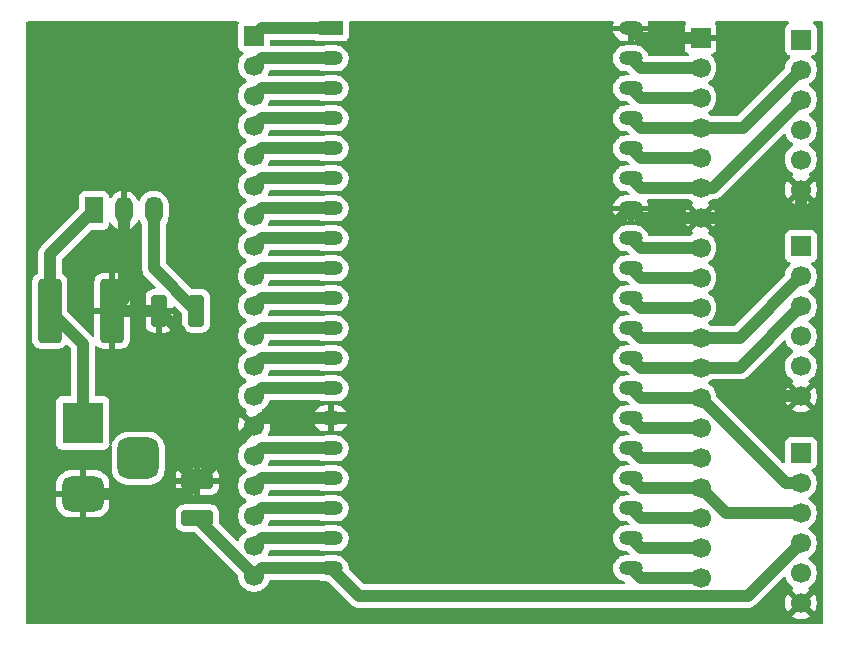
<source format=gbr>
%TF.GenerationSoftware,KiCad,Pcbnew,9.0.5*%
%TF.CreationDate,2026-01-27T18:20:27+09:00*%
%TF.ProjectId,esp_serial_bridge_pcb,6573705f-7365-4726-9961-6c5f62726964,V1.0*%
%TF.SameCoordinates,Original*%
%TF.FileFunction,Copper,L1,Top*%
%TF.FilePolarity,Positive*%
%FSLAX46Y46*%
G04 Gerber Fmt 4.6, Leading zero omitted, Abs format (unit mm)*
G04 Created by KiCad (PCBNEW 9.0.5) date 2026-01-27 18:20:27*
%MOMM*%
%LPD*%
G01*
G04 APERTURE LIST*
G04 Aperture macros list*
%AMRoundRect*
0 Rectangle with rounded corners*
0 $1 Rounding radius*
0 $2 $3 $4 $5 $6 $7 $8 $9 X,Y pos of 4 corners*
0 Add a 4 corners polygon primitive as box body*
4,1,4,$2,$3,$4,$5,$6,$7,$8,$9,$2,$3,0*
0 Add four circle primitives for the rounded corners*
1,1,$1+$1,$2,$3*
1,1,$1+$1,$4,$5*
1,1,$1+$1,$6,$7*
1,1,$1+$1,$8,$9*
0 Add four rect primitives between the rounded corners*
20,1,$1+$1,$2,$3,$4,$5,0*
20,1,$1+$1,$4,$5,$6,$7,0*
20,1,$1+$1,$6,$7,$8,$9,0*
20,1,$1+$1,$8,$9,$2,$3,0*%
G04 Aperture macros list end*
%TA.AperFunction,ComponentPad*%
%ADD10R,1.500000X2.300000*%
%TD*%
%TA.AperFunction,ComponentPad*%
%ADD11O,1.500000X2.300000*%
%TD*%
%TA.AperFunction,ComponentPad*%
%ADD12O,2.000000X1.200000*%
%TD*%
%TA.AperFunction,ComponentPad*%
%ADD13R,2.000000X1.200000*%
%TD*%
%TA.AperFunction,ComponentPad*%
%ADD14R,3.500000X3.500000*%
%TD*%
%TA.AperFunction,ComponentPad*%
%ADD15RoundRect,0.750000X1.000000X-0.750000X1.000000X0.750000X-1.000000X0.750000X-1.000000X-0.750000X0*%
%TD*%
%TA.AperFunction,ComponentPad*%
%ADD16RoundRect,0.875000X0.875000X-0.875000X0.875000X0.875000X-0.875000X0.875000X-0.875000X-0.875000X0*%
%TD*%
%TA.AperFunction,ComponentPad*%
%ADD17R,1.700000X1.700000*%
%TD*%
%TA.AperFunction,ComponentPad*%
%ADD18C,1.700000*%
%TD*%
%TA.AperFunction,SMDPad,CuDef*%
%ADD19RoundRect,0.250000X1.100000X-0.412500X1.100000X0.412500X-1.100000X0.412500X-1.100000X-0.412500X0*%
%TD*%
%TA.AperFunction,SMDPad,CuDef*%
%ADD20RoundRect,0.250000X0.412500X1.100000X-0.412500X1.100000X-0.412500X-1.100000X0.412500X-1.100000X0*%
%TD*%
%TA.AperFunction,SMDPad,CuDef*%
%ADD21RoundRect,0.249999X-0.737501X-2.450001X0.737501X-2.450001X0.737501X2.450001X-0.737501X2.450001X0*%
%TD*%
%TA.AperFunction,ViaPad*%
%ADD22C,0.600000*%
%TD*%
%TA.AperFunction,Conductor*%
%ADD23C,1.000000*%
%TD*%
G04 APERTURE END LIST*
D10*
%TO.P,U2,1,IN*%
%TO.N,Net-(U2-IN)*%
X102235000Y-91500000D03*
D11*
%TO.P,U2,2,GND*%
%TO.N,GND*%
X104775000Y-91500000D03*
%TO.P,U2,3,OUT*%
%TO.N,+5V*%
X107315000Y-91500000D03*
%TD*%
D12*
%TO.P,U1,38,GND*%
%TO.N,GND*%
X147700000Y-76100000D03*
%TO.P,U1,37,GPIO23*%
%TO.N,Net-(J1-Pin_2)*%
X147700000Y-78640000D03*
%TO.P,U1,36,GPIO22*%
%TO.N,Net-(J1-Pin_3)*%
X147700000Y-81180000D03*
%TO.P,U1,35,U0TXD/GPIO1*%
%TO.N,GPIO1_TX1*%
X147700000Y-83720000D03*
%TO.P,U1,34,U0RXD/GPIO3*%
%TO.N,Net-(J1-Pin_5)*%
X147700000Y-86260000D03*
%TO.P,U1,33,GPIO21*%
%TO.N,GPIO21_RX1*%
X147700000Y-88800000D03*
%TO.P,U1,32,GND*%
%TO.N,GND*%
X147700000Y-91340000D03*
%TO.P,U1,31,GPIO19*%
%TO.N,Net-(J1-Pin_8)*%
X147700000Y-93880000D03*
%TO.P,U1,30,GPIO18*%
%TO.N,Net-(J1-Pin_9)*%
X147700000Y-96420000D03*
%TO.P,U1,29,GPIO5*%
%TO.N,Net-(J1-Pin_10)*%
X147700000Y-98960000D03*
%TO.P,U1,28,GPIO17*%
%TO.N,GPIO17_TX2*%
X147700000Y-101500000D03*
%TO.P,U1,27,GPIO16*%
%TO.N,GPIO16_RX2*%
X147700000Y-104040000D03*
%TO.P,U1,26,ADC2_CH0/GPIO4*%
%TO.N,GPIO4_TX3*%
X147700000Y-106580000D03*
%TO.P,U1,25,GPIO0/BOOT/ADC2_CH1*%
%TO.N,Net-(J1-Pin_14)*%
X147700000Y-109120000D03*
%TO.P,U1,24,ADC2_CH2/GPIO2*%
%TO.N,Net-(J1-Pin_15)*%
X147700000Y-111660000D03*
%TO.P,U1,23,MTDO/GPIO15/ADC2_CH3*%
%TO.N,GPIO15_RX3*%
X147700000Y-114200000D03*
%TO.P,U1,22,SD_DATA1/GPIO8*%
%TO.N,Net-(J1-Pin_17)*%
X147700000Y-116740000D03*
%TO.P,U1,21,SD_DATA0/GPIO7*%
%TO.N,Net-(J1-Pin_18)*%
X147696320Y-119277280D03*
%TO.P,U1,20,SD_CLK/GPIO6*%
%TO.N,Net-(J1-Pin_19)*%
X147696320Y-121817280D03*
%TO.P,U1,19,5V*%
%TO.N,+5V*%
X122300000Y-121820000D03*
%TO.P,U1,18,CMD*%
%TO.N,Net-(J2-Pin_18)*%
X122300000Y-119280000D03*
%TO.P,U1,17,SD_DATA3/GPIO10*%
%TO.N,Net-(J2-Pin_17)*%
X122300000Y-116740000D03*
%TO.P,U1,16,SD_DATA2/GPIO9*%
%TO.N,Net-(J2-Pin_16)*%
X122300000Y-114200000D03*
%TO.P,U1,15,MTCK/GPIO13/ADC2_CH4*%
%TO.N,Net-(J2-Pin_15)*%
X122300000Y-111660000D03*
%TO.P,U1,14,GND*%
%TO.N,GND*%
X122300000Y-109120000D03*
%TO.P,U1,13,MTDI/GPIO12/ADC2_CH5*%
%TO.N,Net-(J2-Pin_13)*%
X122300000Y-106580000D03*
%TO.P,U1,12,MTMS/GPIO14/ADC2_CH6*%
%TO.N,Net-(J2-Pin_12)*%
X122300000Y-104040000D03*
%TO.P,U1,11,ADC2_CH7/GPIO27*%
%TO.N,Net-(J2-Pin_11)*%
X122300000Y-101500000D03*
%TO.P,U1,10,DAC_2/ADC2_CH9/GPIO26*%
%TO.N,Net-(J2-Pin_10)*%
X122300000Y-98960000D03*
%TO.P,U1,9,DAC_1/ADC2_CH8/GPIO25*%
%TO.N,Net-(J2-Pin_9)*%
X122300000Y-96420000D03*
%TO.P,U1,8,32K_XN/GPIO33/ADC1_CH5*%
%TO.N,Net-(J2-Pin_8)*%
X122300000Y-93880000D03*
%TO.P,U1,7,32K_XP/GPIO32/ADC1_CH4*%
%TO.N,Net-(J2-Pin_7)*%
X122300000Y-91340000D03*
%TO.P,U1,6,VDET_2/GPIO35/ADC1_CH7*%
%TO.N,Net-(J2-Pin_6)*%
X122300000Y-88800000D03*
%TO.P,U1,5,VDET_1/GPIO34/ADC1_CH6*%
%TO.N,Net-(J2-Pin_5)*%
X122300000Y-86260000D03*
%TO.P,U1,4,SENSOR_VN/GPIO39/ADC1_CH3*%
%TO.N,Net-(J2-Pin_4)*%
X122300000Y-83720000D03*
%TO.P,U1,3,SENSOR_VP/GPIO36/ADC1_CH0*%
%TO.N,Net-(J2-Pin_3)*%
X122300000Y-81180000D03*
%TO.P,U1,2,CHIP_PU*%
%TO.N,Net-(J2-Pin_2)*%
X122300000Y-78640000D03*
D13*
%TO.P,U1,1,3V3*%
%TO.N,+3.3V*%
X122300000Y-76100000D03*
%TD*%
D14*
%TO.P,J6,1*%
%TO.N,Net-(U2-IN)*%
X101300000Y-109500000D03*
D15*
%TO.P,J6,2*%
%TO.N,GND*%
X101300000Y-115500000D03*
D16*
%TO.P,J6,3*%
%TO.N,unconnected-(J6-Pad3)*%
X106000000Y-112500000D03*
%TD*%
D17*
%TO.P,J5,1,Pin_1*%
%TO.N,unconnected-(J5-Pin_1-Pad1)*%
X162100000Y-112040000D03*
D18*
%TO.P,J5,2,Pin_2*%
%TO.N,GPIO4_TX3*%
X162100000Y-114580000D03*
%TO.P,J5,3,Pin_3*%
%TO.N,GPIO15_RX3*%
X162100000Y-117120000D03*
%TO.P,J5,4,Pin_4*%
%TO.N,+5V*%
X162100000Y-119660000D03*
%TO.P,J5,5,Pin_5*%
%TO.N,unconnected-(J5-Pin_5-Pad5)*%
X162100000Y-122200000D03*
%TO.P,J5,6,Pin_6*%
%TO.N,GND*%
X162100000Y-124740000D03*
%TD*%
D17*
%TO.P,J4,1,Pin_1*%
%TO.N,unconnected-(J4-Pin_1-Pad1)*%
X162100000Y-94540000D03*
D18*
%TO.P,J4,2,Pin_2*%
%TO.N,GPIO17_TX2*%
X162100000Y-97080000D03*
%TO.P,J4,3,Pin_3*%
%TO.N,GPIO16_RX2*%
X162100000Y-99620000D03*
%TO.P,J4,4,Pin_4*%
%TO.N,+5V*%
X162100000Y-102160000D03*
%TO.P,J4,5,Pin_5*%
%TO.N,unconnected-(J4-Pin_5-Pad5)*%
X162100000Y-104700000D03*
%TO.P,J4,6,Pin_6*%
%TO.N,GND*%
X162100000Y-107240000D03*
%TD*%
D17*
%TO.P,J3,1,Pin_1*%
%TO.N,unconnected-(J3-Pin_1-Pad1)*%
X162100000Y-77040000D03*
D18*
%TO.P,J3,2,Pin_2*%
%TO.N,GPIO1_TX1*%
X162100000Y-79580000D03*
%TO.P,J3,3,Pin_3*%
%TO.N,GPIO21_RX1*%
X162100000Y-82120000D03*
%TO.P,J3,4,Pin_4*%
%TO.N,+5V*%
X162100000Y-84660000D03*
%TO.P,J3,5,Pin_5*%
%TO.N,unconnected-(J3-Pin_5-Pad5)*%
X162100000Y-87200000D03*
%TO.P,J3,6,Pin_6*%
%TO.N,GND*%
X162100000Y-89740000D03*
%TD*%
D17*
%TO.P,J2,1,Pin_1*%
%TO.N,+3.3V*%
X115800000Y-76720000D03*
D18*
%TO.P,J2,2,Pin_2*%
%TO.N,Net-(J2-Pin_2)*%
X115800000Y-79260000D03*
%TO.P,J2,3,Pin_3*%
%TO.N,Net-(J2-Pin_3)*%
X115800000Y-81800000D03*
%TO.P,J2,4,Pin_4*%
%TO.N,Net-(J2-Pin_4)*%
X115800000Y-84340000D03*
%TO.P,J2,5,Pin_5*%
%TO.N,Net-(J2-Pin_5)*%
X115800000Y-86880000D03*
%TO.P,J2,6,Pin_6*%
%TO.N,Net-(J2-Pin_6)*%
X115800000Y-89420000D03*
%TO.P,J2,7,Pin_7*%
%TO.N,Net-(J2-Pin_7)*%
X115800000Y-91960000D03*
%TO.P,J2,8,Pin_8*%
%TO.N,Net-(J2-Pin_8)*%
X115800000Y-94500000D03*
%TO.P,J2,9,Pin_9*%
%TO.N,Net-(J2-Pin_9)*%
X115800000Y-97040000D03*
%TO.P,J2,10,Pin_10*%
%TO.N,Net-(J2-Pin_10)*%
X115800000Y-99580000D03*
%TO.P,J2,11,Pin_11*%
%TO.N,Net-(J2-Pin_11)*%
X115800000Y-102120000D03*
%TO.P,J2,12,Pin_12*%
%TO.N,Net-(J2-Pin_12)*%
X115800000Y-104660000D03*
%TO.P,J2,13,Pin_13*%
%TO.N,Net-(J2-Pin_13)*%
X115800000Y-107200000D03*
%TO.P,J2,14,Pin_14*%
%TO.N,GND*%
X115800000Y-109740000D03*
%TO.P,J2,15,Pin_15*%
%TO.N,Net-(J2-Pin_15)*%
X115800000Y-112280000D03*
%TO.P,J2,16,Pin_16*%
%TO.N,Net-(J2-Pin_16)*%
X115800000Y-114820000D03*
%TO.P,J2,17,Pin_17*%
%TO.N,Net-(J2-Pin_17)*%
X115800000Y-117360000D03*
%TO.P,J2,18,Pin_18*%
%TO.N,Net-(J2-Pin_18)*%
X115800000Y-119900000D03*
%TO.P,J2,19,Pin_19*%
%TO.N,+5V*%
X115800000Y-122440000D03*
%TD*%
D17*
%TO.P,J1,1,Pin_1*%
%TO.N,GND*%
X153600000Y-76880000D03*
D18*
%TO.P,J1,2,Pin_2*%
%TO.N,Net-(J1-Pin_2)*%
X153600000Y-79420000D03*
%TO.P,J1,3,Pin_3*%
%TO.N,Net-(J1-Pin_3)*%
X153600000Y-81960000D03*
%TO.P,J1,4,Pin_4*%
%TO.N,GPIO1_TX1*%
X153600000Y-84500000D03*
%TO.P,J1,5,Pin_5*%
%TO.N,Net-(J1-Pin_5)*%
X153600000Y-87040000D03*
%TO.P,J1,6,Pin_6*%
%TO.N,GPIO21_RX1*%
X153600000Y-89580000D03*
%TO.P,J1,7,Pin_7*%
%TO.N,GND*%
X153600000Y-92120000D03*
%TO.P,J1,8,Pin_8*%
%TO.N,Net-(J1-Pin_8)*%
X153600000Y-94660000D03*
%TO.P,J1,9,Pin_9*%
%TO.N,Net-(J1-Pin_9)*%
X153600000Y-97200000D03*
%TO.P,J1,10,Pin_10*%
%TO.N,Net-(J1-Pin_10)*%
X153600000Y-99740000D03*
%TO.P,J1,11,Pin_11*%
%TO.N,GPIO17_TX2*%
X153600000Y-102280000D03*
%TO.P,J1,12,Pin_12*%
%TO.N,GPIO16_RX2*%
X153600000Y-104820000D03*
%TO.P,J1,13,Pin_13*%
%TO.N,GPIO4_TX3*%
X153600000Y-107360000D03*
%TO.P,J1,14,Pin_14*%
%TO.N,Net-(J1-Pin_14)*%
X153600000Y-109900000D03*
%TO.P,J1,15,Pin_15*%
%TO.N,Net-(J1-Pin_15)*%
X153600000Y-112440000D03*
%TO.P,J1,16,Pin_16*%
%TO.N,GPIO15_RX3*%
X153600000Y-114980000D03*
%TO.P,J1,17,Pin_17*%
%TO.N,Net-(J1-Pin_17)*%
X153600000Y-117520000D03*
%TO.P,J1,18,Pin_18*%
%TO.N,Net-(J1-Pin_18)*%
X153600000Y-120060000D03*
%TO.P,J1,19,Pin_19*%
%TO.N,Net-(J1-Pin_19)*%
X153600000Y-122600000D03*
%TD*%
D19*
%TO.P,C3,1*%
%TO.N,+5V*%
X111000000Y-117562500D03*
%TO.P,C3,2*%
%TO.N,GND*%
X111000000Y-114437500D03*
%TD*%
D20*
%TO.P,C2,1*%
%TO.N,+5V*%
X110900000Y-100000000D03*
%TO.P,C2,2*%
%TO.N,GND*%
X107775000Y-100000000D03*
%TD*%
D21*
%TO.P,C1,1*%
%TO.N,Net-(U2-IN)*%
X98500000Y-100000000D03*
%TO.P,C1,2*%
%TO.N,GND*%
X103775000Y-100000000D03*
%TD*%
D22*
%TO.N,GND*%
X156000000Y-106500000D03*
%TO.N,+5V*%
X157609000Y-124151000D03*
%TD*%
D23*
%TO.N,GND*%
X161880000Y-92120000D02*
X153600000Y-92120000D01*
X162100000Y-91900000D02*
X161880000Y-92120000D01*
X162100000Y-89740000D02*
X162100000Y-91900000D01*
X156740000Y-107240000D02*
X156000000Y-106500000D01*
X162100000Y-107240000D02*
X156740000Y-107240000D01*
%TO.N,+5V*%
X157609000Y-124151000D02*
X162100000Y-119660000D01*
X124690380Y-124151000D02*
X157609000Y-124151000D01*
X122307500Y-121768120D02*
X124690380Y-124151000D01*
%TO.N,GND*%
X129927500Y-109068120D02*
X147707500Y-91288120D01*
X122307500Y-109068120D02*
X129927500Y-109068120D01*
%TO.N,GPIO15_RX3*%
X155740000Y-117120000D02*
X153600000Y-114980000D01*
X162100000Y-117120000D02*
X155740000Y-117120000D01*
%TO.N,GPIO4_TX3*%
X160820000Y-114580000D02*
X153600000Y-107360000D01*
X162100000Y-114580000D02*
X160820000Y-114580000D01*
%TO.N,Net-(J1-Pin_19)*%
X148538420Y-122600000D02*
X147703820Y-121765400D01*
X153600000Y-122600000D02*
X148538420Y-122600000D01*
%TO.N,Net-(J1-Pin_18)*%
X153600000Y-120060000D02*
X148538420Y-120060000D01*
X148538420Y-120060000D02*
X147703820Y-119225400D01*
%TO.N,Net-(J1-Pin_17)*%
X148539380Y-117520000D02*
X147707500Y-116688120D01*
X153600000Y-117520000D02*
X148539380Y-117520000D01*
%TO.N,GPIO15_RX3*%
X148539380Y-114980000D02*
X147707500Y-114148120D01*
X153600000Y-114980000D02*
X148539380Y-114980000D01*
%TO.N,Net-(J1-Pin_15)*%
X148539380Y-112440000D02*
X147707500Y-111608120D01*
X153600000Y-112440000D02*
X148539380Y-112440000D01*
%TO.N,Net-(J1-Pin_14)*%
X148539380Y-109900000D02*
X147707500Y-109068120D01*
X153600000Y-109900000D02*
X148539380Y-109900000D01*
%TO.N,GPIO4_TX3*%
X148539380Y-107360000D02*
X147707500Y-106528120D01*
X153600000Y-107360000D02*
X148539380Y-107360000D01*
%TO.N,GPIO16_RX2*%
X156900000Y-104820000D02*
X153600000Y-104820000D01*
X162100000Y-99620000D02*
X156900000Y-104820000D01*
X153600000Y-104820000D02*
X148539380Y-104820000D01*
X148539380Y-104820000D02*
X147707500Y-103988120D01*
%TO.N,GPIO17_TX2*%
X156900000Y-102280000D02*
X153600000Y-102280000D01*
X162100000Y-97080000D02*
X156900000Y-102280000D01*
X148539380Y-102280000D02*
X147707500Y-101448120D01*
X153600000Y-102280000D02*
X148539380Y-102280000D01*
%TO.N,Net-(J1-Pin_10)*%
X153600000Y-99740000D02*
X148539380Y-99740000D01*
X148539380Y-99740000D02*
X147707500Y-98908120D01*
%TO.N,Net-(J1-Pin_9)*%
X148539380Y-97200000D02*
X147707500Y-96368120D01*
X153600000Y-97200000D02*
X148539380Y-97200000D01*
%TO.N,Net-(J1-Pin_8)*%
X148539380Y-94660000D02*
X147707500Y-93828120D01*
X153600000Y-94660000D02*
X148539380Y-94660000D01*
%TO.N,GND*%
X148539380Y-92120000D02*
X147707500Y-91288120D01*
X153600000Y-92120000D02*
X148539380Y-92120000D01*
%TO.N,GPIO21_RX1*%
X148539380Y-89580000D02*
X147707500Y-88748120D01*
X153600000Y-89580000D02*
X148539380Y-89580000D01*
X154640000Y-89580000D02*
X153600000Y-89580000D01*
X162100000Y-82120000D02*
X154640000Y-89580000D01*
%TO.N,GPIO1_TX1*%
X157180000Y-84500000D02*
X153600000Y-84500000D01*
X162100000Y-79580000D02*
X157180000Y-84500000D01*
%TO.N,Net-(J1-Pin_5)*%
X148539380Y-87040000D02*
X147707500Y-86208120D01*
X153600000Y-87040000D02*
X148539380Y-87040000D01*
%TO.N,GPIO1_TX1*%
X148539380Y-84500000D02*
X147707500Y-83668120D01*
X153600000Y-84500000D02*
X148539380Y-84500000D01*
%TO.N,Net-(J1-Pin_3)*%
X148539380Y-81960000D02*
X147707500Y-81128120D01*
X153600000Y-81960000D02*
X148539380Y-81960000D01*
%TO.N,Net-(J1-Pin_2)*%
X148539380Y-79420000D02*
X147707500Y-78588120D01*
X153600000Y-79420000D02*
X148539380Y-79420000D01*
%TO.N,GND*%
X148539380Y-76880000D02*
X147707500Y-76048120D01*
X153600000Y-76880000D02*
X148539380Y-76880000D01*
%TO.N,+5V*%
X115800000Y-122362500D02*
X111000000Y-117562500D01*
X115800000Y-122440000D02*
X115800000Y-122362500D01*
X116471880Y-121768120D02*
X115800000Y-122440000D01*
X122307500Y-121768120D02*
X116471880Y-121768120D01*
%TO.N,Net-(J2-Pin_18)*%
X116471880Y-119228120D02*
X115800000Y-119900000D01*
X122307500Y-119228120D02*
X116471880Y-119228120D01*
%TO.N,Net-(J2-Pin_17)*%
X116471880Y-116688120D02*
X115800000Y-117360000D01*
X122307500Y-116688120D02*
X116471880Y-116688120D01*
%TO.N,Net-(J2-Pin_16)*%
X116471880Y-114148120D02*
X115800000Y-114820000D01*
X122307500Y-114148120D02*
X116471880Y-114148120D01*
%TO.N,Net-(J2-Pin_15)*%
X116471880Y-111608120D02*
X115800000Y-112280000D01*
X122307500Y-111608120D02*
X116471880Y-111608120D01*
%TO.N,Net-(J2-Pin_13)*%
X116471880Y-106528120D02*
X115800000Y-107200000D01*
X122307500Y-106528120D02*
X116471880Y-106528120D01*
%TO.N,Net-(J2-Pin_12)*%
X116471880Y-103988120D02*
X115800000Y-104660000D01*
X122307500Y-103988120D02*
X116471880Y-103988120D01*
%TO.N,Net-(J2-Pin_11)*%
X116471880Y-101448120D02*
X115800000Y-102120000D01*
X122307500Y-101448120D02*
X116471880Y-101448120D01*
%TO.N,Net-(J2-Pin_10)*%
X116471880Y-98908120D02*
X115800000Y-99580000D01*
X122307500Y-98908120D02*
X116471880Y-98908120D01*
%TO.N,Net-(J2-Pin_9)*%
X116471880Y-96368120D02*
X115800000Y-97040000D01*
X122307500Y-96368120D02*
X116471880Y-96368120D01*
%TO.N,Net-(J2-Pin_8)*%
X116471880Y-93828120D02*
X115800000Y-94500000D01*
X122307500Y-93828120D02*
X116471880Y-93828120D01*
%TO.N,Net-(J2-Pin_7)*%
X116471880Y-91288120D02*
X115800000Y-91960000D01*
X122307500Y-91288120D02*
X116471880Y-91288120D01*
%TO.N,Net-(J2-Pin_6)*%
X116471880Y-88748120D02*
X115800000Y-89420000D01*
X122307500Y-88748120D02*
X116471880Y-88748120D01*
%TO.N,Net-(J2-Pin_5)*%
X116471880Y-86208120D02*
X115800000Y-86880000D01*
X122307500Y-86208120D02*
X116471880Y-86208120D01*
%TO.N,Net-(J2-Pin_4)*%
X122307500Y-83668120D02*
X116471880Y-83668120D01*
X116471880Y-83668120D02*
X115800000Y-84340000D01*
%TO.N,Net-(J2-Pin_3)*%
X116471880Y-81128120D02*
X115800000Y-81800000D01*
X122307500Y-81128120D02*
X116471880Y-81128120D01*
%TO.N,Net-(J2-Pin_2)*%
X116471880Y-78588120D02*
X115800000Y-79260000D01*
X122307500Y-78588120D02*
X116471880Y-78588120D01*
%TO.N,+3.3V*%
X116471880Y-76048120D02*
X115800000Y-76720000D01*
X122307500Y-76048120D02*
X116471880Y-76048120D01*
%TO.N,+5V*%
X107315000Y-96415000D02*
X110900000Y-100000000D01*
X107315000Y-91500000D02*
X107315000Y-96415000D01*
%TO.N,GND*%
X104775000Y-99000000D02*
X103775000Y-100000000D01*
X104775000Y-91500000D02*
X104775000Y-99000000D01*
%TO.N,Net-(U2-IN)*%
X98500000Y-100000000D02*
X98500000Y-95235000D01*
X98500000Y-95235000D02*
X102235000Y-91500000D01*
%TO.N,GND*%
X116471880Y-109068120D02*
X115800000Y-109740000D01*
X122307500Y-109068120D02*
X116471880Y-109068120D01*
X109500000Y-112937500D02*
X111000000Y-114437500D01*
X107775000Y-100000000D02*
X109500000Y-101725000D01*
X109500000Y-101725000D02*
X109500000Y-112937500D01*
X103775000Y-100000000D02*
X107775000Y-100000000D01*
X115697500Y-109740000D02*
X111000000Y-114437500D01*
X115800000Y-109740000D02*
X115697500Y-109740000D01*
X111000000Y-114437500D02*
X109937500Y-115500000D01*
X109937500Y-115500000D02*
X101300000Y-115500000D01*
%TO.N,Net-(U2-IN)*%
X101300000Y-102800000D02*
X98500000Y-100000000D01*
X101300000Y-109500000D02*
X101300000Y-102800000D01*
%TD*%
%TA.AperFunction,Conductor*%
%TO.N,GND*%
G36*
X114442080Y-75520185D02*
G01*
X114487835Y-75572989D01*
X114497779Y-75642147D01*
X114491223Y-75667832D01*
X114455909Y-75762514D01*
X114455908Y-75762516D01*
X114449501Y-75822116D01*
X114449500Y-75822135D01*
X114449500Y-77617870D01*
X114449501Y-77617876D01*
X114455908Y-77677483D01*
X114506202Y-77812328D01*
X114506206Y-77812335D01*
X114592452Y-77927544D01*
X114592455Y-77927547D01*
X114707664Y-78013793D01*
X114707671Y-78013797D01*
X114839082Y-78062810D01*
X114895016Y-78104681D01*
X114919433Y-78170145D01*
X114904582Y-78238418D01*
X114883431Y-78266673D01*
X114769889Y-78380215D01*
X114644951Y-78552179D01*
X114548444Y-78741585D01*
X114482753Y-78943760D01*
X114449500Y-79153713D01*
X114449500Y-79366286D01*
X114474841Y-79526287D01*
X114482754Y-79576243D01*
X114547925Y-79776819D01*
X114548444Y-79778414D01*
X114644951Y-79967820D01*
X114769890Y-80139786D01*
X114920213Y-80290109D01*
X115092182Y-80415050D01*
X115100946Y-80419516D01*
X115151742Y-80467491D01*
X115168536Y-80535312D01*
X115145998Y-80601447D01*
X115100946Y-80640484D01*
X115092182Y-80644949D01*
X114920213Y-80769890D01*
X114769890Y-80920213D01*
X114644951Y-81092179D01*
X114548444Y-81281585D01*
X114482753Y-81483760D01*
X114449500Y-81693713D01*
X114449500Y-81906286D01*
X114474841Y-82066287D01*
X114482754Y-82116243D01*
X114547925Y-82316819D01*
X114548444Y-82318414D01*
X114644951Y-82507820D01*
X114769890Y-82679786D01*
X114920213Y-82830109D01*
X115092182Y-82955050D01*
X115100946Y-82959516D01*
X115151742Y-83007491D01*
X115168536Y-83075312D01*
X115145998Y-83141447D01*
X115100946Y-83180484D01*
X115092182Y-83184949D01*
X114920213Y-83309890D01*
X114769890Y-83460213D01*
X114644951Y-83632179D01*
X114548444Y-83821585D01*
X114482753Y-84023760D01*
X114463955Y-84142447D01*
X114449500Y-84233713D01*
X114449500Y-84446287D01*
X114482754Y-84656243D01*
X114547925Y-84856819D01*
X114548444Y-84858414D01*
X114644951Y-85047820D01*
X114769890Y-85219786D01*
X114920213Y-85370109D01*
X115092182Y-85495050D01*
X115100946Y-85499516D01*
X115151742Y-85547491D01*
X115168536Y-85615312D01*
X115145998Y-85681447D01*
X115100946Y-85720484D01*
X115092182Y-85724949D01*
X114920213Y-85849890D01*
X114769890Y-86000213D01*
X114644951Y-86172179D01*
X114548444Y-86361585D01*
X114482753Y-86563760D01*
X114449500Y-86773713D01*
X114449500Y-86986286D01*
X114474841Y-87146287D01*
X114482754Y-87196243D01*
X114547925Y-87396819D01*
X114548444Y-87398414D01*
X114644951Y-87587820D01*
X114769890Y-87759786D01*
X114920213Y-87910109D01*
X115092182Y-88035050D01*
X115100946Y-88039516D01*
X115151742Y-88087491D01*
X115168536Y-88155312D01*
X115145998Y-88221447D01*
X115100946Y-88260484D01*
X115092182Y-88264949D01*
X114920213Y-88389890D01*
X114769890Y-88540213D01*
X114644951Y-88712179D01*
X114548444Y-88901585D01*
X114482753Y-89103760D01*
X114463955Y-89222447D01*
X114449500Y-89313713D01*
X114449500Y-89526287D01*
X114482754Y-89736243D01*
X114547925Y-89936819D01*
X114548444Y-89938414D01*
X114644951Y-90127820D01*
X114769890Y-90299786D01*
X114920213Y-90450109D01*
X115092182Y-90575050D01*
X115100946Y-90579516D01*
X115151742Y-90627491D01*
X115168536Y-90695312D01*
X115145998Y-90761447D01*
X115100946Y-90800484D01*
X115092182Y-90804949D01*
X114920213Y-90929890D01*
X114769890Y-91080213D01*
X114644951Y-91252179D01*
X114548444Y-91441585D01*
X114482753Y-91643760D01*
X114455949Y-91812993D01*
X114449500Y-91853713D01*
X114449500Y-92066287D01*
X114482754Y-92276243D01*
X114531740Y-92427007D01*
X114548444Y-92478414D01*
X114644951Y-92667820D01*
X114769890Y-92839786D01*
X114920213Y-92990109D01*
X115092182Y-93115050D01*
X115100946Y-93119516D01*
X115151742Y-93167491D01*
X115168536Y-93235312D01*
X115145998Y-93301447D01*
X115100946Y-93340484D01*
X115092182Y-93344949D01*
X114920213Y-93469890D01*
X114769890Y-93620213D01*
X114644951Y-93792179D01*
X114548444Y-93981585D01*
X114482753Y-94183760D01*
X114449500Y-94393713D01*
X114449500Y-94606286D01*
X114474841Y-94766287D01*
X114482754Y-94816243D01*
X114547925Y-95016819D01*
X114548444Y-95018414D01*
X114644951Y-95207820D01*
X114769890Y-95379786D01*
X114920213Y-95530109D01*
X115092182Y-95655050D01*
X115100946Y-95659516D01*
X115151742Y-95707491D01*
X115168536Y-95775312D01*
X115145998Y-95841447D01*
X115100946Y-95880484D01*
X115092182Y-95884949D01*
X114920213Y-96009890D01*
X114769890Y-96160213D01*
X114644951Y-96332179D01*
X114548444Y-96521585D01*
X114482753Y-96723760D01*
X114449500Y-96933713D01*
X114449500Y-97146286D01*
X114474841Y-97306287D01*
X114482754Y-97356243D01*
X114547925Y-97556819D01*
X114548444Y-97558414D01*
X114644951Y-97747820D01*
X114769890Y-97919786D01*
X114920213Y-98070109D01*
X115092182Y-98195050D01*
X115100946Y-98199516D01*
X115151742Y-98247491D01*
X115168536Y-98315312D01*
X115145998Y-98381447D01*
X115100946Y-98420484D01*
X115092182Y-98424949D01*
X114920213Y-98549890D01*
X114769890Y-98700213D01*
X114644951Y-98872179D01*
X114548444Y-99061585D01*
X114482753Y-99263760D01*
X114449500Y-99473713D01*
X114449500Y-99686286D01*
X114474841Y-99846287D01*
X114482754Y-99896243D01*
X114547925Y-100096819D01*
X114548444Y-100098414D01*
X114644951Y-100287820D01*
X114769890Y-100459786D01*
X114920213Y-100610109D01*
X115092182Y-100735050D01*
X115100946Y-100739516D01*
X115151742Y-100787491D01*
X115168536Y-100855312D01*
X115145998Y-100921447D01*
X115100946Y-100960484D01*
X115092182Y-100964949D01*
X114920213Y-101089890D01*
X114769890Y-101240213D01*
X114644951Y-101412179D01*
X114548444Y-101601585D01*
X114482753Y-101803760D01*
X114463955Y-101922447D01*
X114449500Y-102013713D01*
X114449500Y-102226287D01*
X114482754Y-102436243D01*
X114547925Y-102636819D01*
X114548444Y-102638414D01*
X114644951Y-102827820D01*
X114769890Y-102999786D01*
X114920213Y-103150109D01*
X115092182Y-103275050D01*
X115100946Y-103279516D01*
X115151742Y-103327491D01*
X115168536Y-103395312D01*
X115145998Y-103461447D01*
X115100946Y-103500484D01*
X115092182Y-103504949D01*
X114920213Y-103629890D01*
X114769890Y-103780213D01*
X114644951Y-103952179D01*
X114548444Y-104141585D01*
X114482753Y-104343760D01*
X114463955Y-104462447D01*
X114449500Y-104553713D01*
X114449500Y-104766287D01*
X114482754Y-104976243D01*
X114547925Y-105176819D01*
X114548444Y-105178414D01*
X114644951Y-105367820D01*
X114769890Y-105539786D01*
X114920213Y-105690109D01*
X115092182Y-105815050D01*
X115100946Y-105819516D01*
X115151742Y-105867491D01*
X115168536Y-105935312D01*
X115145998Y-106001447D01*
X115100946Y-106040484D01*
X115092182Y-106044949D01*
X114920213Y-106169890D01*
X114769890Y-106320213D01*
X114644951Y-106492179D01*
X114548444Y-106681585D01*
X114482753Y-106883760D01*
X114449500Y-107093713D01*
X114449500Y-107306287D01*
X114482754Y-107516243D01*
X114547925Y-107716819D01*
X114548444Y-107718414D01*
X114644951Y-107907820D01*
X114769890Y-108079786D01*
X114920213Y-108230109D01*
X115092179Y-108355048D01*
X115092181Y-108355049D01*
X115092184Y-108355051D01*
X115101493Y-108359794D01*
X115152290Y-108407766D01*
X115169087Y-108475587D01*
X115146552Y-108541722D01*
X115101505Y-108580760D01*
X115092446Y-108585376D01*
X115092440Y-108585380D01*
X115038282Y-108624727D01*
X115038282Y-108624728D01*
X115670591Y-109257037D01*
X115607007Y-109274075D01*
X115492993Y-109339901D01*
X115399901Y-109432993D01*
X115334075Y-109547007D01*
X115317037Y-109610591D01*
X114684728Y-108978282D01*
X114684727Y-108978282D01*
X114645380Y-109032439D01*
X114548904Y-109221782D01*
X114483242Y-109423869D01*
X114483242Y-109423872D01*
X114450000Y-109633753D01*
X114450000Y-109846246D01*
X114483242Y-110056127D01*
X114483242Y-110056130D01*
X114548904Y-110258217D01*
X114645375Y-110447550D01*
X114684728Y-110501716D01*
X115317037Y-109869408D01*
X115334075Y-109932993D01*
X115399901Y-110047007D01*
X115492993Y-110140099D01*
X115607007Y-110205925D01*
X115670590Y-110222962D01*
X115038282Y-110855269D01*
X115038282Y-110855270D01*
X115092452Y-110894626D01*
X115092451Y-110894626D01*
X115101495Y-110899234D01*
X115152292Y-110947208D01*
X115169087Y-111015029D01*
X115146550Y-111081164D01*
X115101499Y-111120202D01*
X115092182Y-111124949D01*
X114920213Y-111249890D01*
X114769890Y-111400213D01*
X114644951Y-111572179D01*
X114548444Y-111761585D01*
X114482753Y-111963760D01*
X114449500Y-112173713D01*
X114449500Y-112386286D01*
X114474841Y-112546287D01*
X114482754Y-112596243D01*
X114547925Y-112796819D01*
X114548444Y-112798414D01*
X114644951Y-112987820D01*
X114769890Y-113159786D01*
X114920213Y-113310109D01*
X115092182Y-113435050D01*
X115100946Y-113439516D01*
X115151742Y-113487491D01*
X115168536Y-113555312D01*
X115145998Y-113621447D01*
X115100946Y-113660484D01*
X115092182Y-113664949D01*
X114920213Y-113789890D01*
X114769890Y-113940213D01*
X114644951Y-114112179D01*
X114548444Y-114301585D01*
X114482753Y-114503760D01*
X114453918Y-114685817D01*
X114449500Y-114713713D01*
X114449500Y-114926287D01*
X114482754Y-115136243D01*
X114547925Y-115336819D01*
X114548444Y-115338414D01*
X114644951Y-115527820D01*
X114769890Y-115699786D01*
X114920213Y-115850109D01*
X115092182Y-115975050D01*
X115100946Y-115979516D01*
X115151742Y-116027491D01*
X115168536Y-116095312D01*
X115145998Y-116161447D01*
X115100946Y-116200484D01*
X115092182Y-116204949D01*
X114920213Y-116329890D01*
X114769890Y-116480213D01*
X114644951Y-116652179D01*
X114548444Y-116841585D01*
X114482753Y-117043760D01*
X114463955Y-117162447D01*
X114449500Y-117253713D01*
X114449500Y-117466287D01*
X114482754Y-117676243D01*
X114547925Y-117876819D01*
X114548444Y-117878414D01*
X114644951Y-118067820D01*
X114769890Y-118239786D01*
X114920213Y-118390109D01*
X115092182Y-118515050D01*
X115100946Y-118519516D01*
X115151742Y-118567491D01*
X115168536Y-118635312D01*
X115145998Y-118701447D01*
X115100946Y-118740484D01*
X115092182Y-118744949D01*
X114920213Y-118869890D01*
X114769890Y-119020213D01*
X114644951Y-119192179D01*
X114548444Y-119381583D01*
X114533861Y-119426467D01*
X114494423Y-119484142D01*
X114430064Y-119511340D01*
X114361217Y-119499425D01*
X114328249Y-119475829D01*
X112886818Y-118034398D01*
X112853333Y-117973075D01*
X112850499Y-117946717D01*
X112850499Y-117099998D01*
X112850498Y-117099981D01*
X112839999Y-116997203D01*
X112839998Y-116997200D01*
X112784814Y-116830666D01*
X112692712Y-116681344D01*
X112568656Y-116557288D01*
X112419334Y-116465186D01*
X112252797Y-116410001D01*
X112252795Y-116410000D01*
X112150010Y-116399500D01*
X109849998Y-116399500D01*
X109849981Y-116399501D01*
X109747203Y-116410000D01*
X109747200Y-116410001D01*
X109580668Y-116465185D01*
X109580663Y-116465187D01*
X109431342Y-116557289D01*
X109307289Y-116681342D01*
X109215187Y-116830663D01*
X109215186Y-116830666D01*
X109160001Y-116997203D01*
X109160001Y-116997204D01*
X109160000Y-116997204D01*
X109149500Y-117099983D01*
X109149500Y-118025001D01*
X109149501Y-118025019D01*
X109160000Y-118127796D01*
X109160001Y-118127799D01*
X109202950Y-118257408D01*
X109215186Y-118294334D01*
X109307288Y-118443656D01*
X109431344Y-118567712D01*
X109580666Y-118659814D01*
X109747203Y-118714999D01*
X109849991Y-118725500D01*
X110696717Y-118725499D01*
X110763756Y-118745183D01*
X110784398Y-118761818D01*
X114413181Y-122390601D01*
X114446666Y-122451924D01*
X114449500Y-122478282D01*
X114449500Y-122546286D01*
X114474841Y-122706287D01*
X114482754Y-122756243D01*
X114547925Y-122956819D01*
X114548444Y-122958414D01*
X114644951Y-123147820D01*
X114769890Y-123319786D01*
X114920213Y-123470109D01*
X115092179Y-123595048D01*
X115092181Y-123595049D01*
X115092184Y-123595051D01*
X115281588Y-123691557D01*
X115483757Y-123757246D01*
X115693713Y-123790500D01*
X115693714Y-123790500D01*
X115906286Y-123790500D01*
X115906287Y-123790500D01*
X116116243Y-123757246D01*
X116318412Y-123691557D01*
X116507816Y-123595051D01*
X116581218Y-123541722D01*
X116679786Y-123470109D01*
X116679788Y-123470106D01*
X116679792Y-123470104D01*
X116830104Y-123319792D01*
X116830106Y-123319788D01*
X116830109Y-123319786D01*
X116955048Y-123147820D01*
X116955047Y-123147820D01*
X116955051Y-123147816D01*
X117051557Y-122958412D01*
X117059503Y-122933956D01*
X117085385Y-122854302D01*
X117124822Y-122796626D01*
X117189181Y-122769428D01*
X117203316Y-122768620D01*
X121307943Y-122768620D01*
X121364235Y-122782134D01*
X121477555Y-122839873D01*
X121642299Y-122893402D01*
X121813389Y-122920500D01*
X121993598Y-122920500D01*
X122060637Y-122940185D01*
X122081279Y-122956819D01*
X123910115Y-124785655D01*
X123910144Y-124785686D01*
X124052594Y-124928136D01*
X124052598Y-124928139D01*
X124216459Y-125037628D01*
X124216472Y-125037635D01*
X124345213Y-125090961D01*
X124388124Y-125108735D01*
X124398544Y-125113051D01*
X124495192Y-125132275D01*
X124543515Y-125141887D01*
X124591838Y-125151500D01*
X124591839Y-125151500D01*
X157707542Y-125151500D01*
X157738566Y-125145328D01*
X157804188Y-125132275D01*
X157900836Y-125113051D01*
X157954165Y-125090961D01*
X158082914Y-125037632D01*
X158246782Y-124928139D01*
X158386139Y-124788782D01*
X158386140Y-124788779D01*
X158393206Y-124781714D01*
X158393209Y-124781710D01*
X160609245Y-122565673D01*
X160670566Y-122532190D01*
X160740258Y-122537174D01*
X160796191Y-122579046D01*
X160814853Y-122615035D01*
X160848443Y-122718412D01*
X160848444Y-122718414D01*
X160944951Y-122907820D01*
X161069890Y-123079786D01*
X161220213Y-123230109D01*
X161392179Y-123355048D01*
X161392181Y-123355049D01*
X161392184Y-123355051D01*
X161401493Y-123359794D01*
X161452290Y-123407766D01*
X161469087Y-123475587D01*
X161446552Y-123541722D01*
X161401505Y-123580760D01*
X161392446Y-123585376D01*
X161392440Y-123585380D01*
X161338282Y-123624727D01*
X161338282Y-123624728D01*
X161970591Y-124257037D01*
X161907007Y-124274075D01*
X161792993Y-124339901D01*
X161699901Y-124432993D01*
X161634075Y-124547007D01*
X161617037Y-124610591D01*
X160984728Y-123978282D01*
X160984727Y-123978282D01*
X160945380Y-124032439D01*
X160848904Y-124221782D01*
X160783242Y-124423869D01*
X160783242Y-124423872D01*
X160750000Y-124633753D01*
X160750000Y-124846246D01*
X160783242Y-125056127D01*
X160783242Y-125056130D01*
X160848904Y-125258217D01*
X160945375Y-125447550D01*
X160984728Y-125501716D01*
X161617037Y-124869408D01*
X161634075Y-124932993D01*
X161699901Y-125047007D01*
X161792993Y-125140099D01*
X161907007Y-125205925D01*
X161970590Y-125222962D01*
X161338282Y-125855269D01*
X161338282Y-125855270D01*
X161392449Y-125894624D01*
X161581782Y-125991095D01*
X161783870Y-126056757D01*
X161993754Y-126090000D01*
X162206246Y-126090000D01*
X162416127Y-126056757D01*
X162416130Y-126056757D01*
X162618217Y-125991095D01*
X162807554Y-125894622D01*
X162861716Y-125855270D01*
X162861717Y-125855270D01*
X162229408Y-125222962D01*
X162292993Y-125205925D01*
X162407007Y-125140099D01*
X162500099Y-125047007D01*
X162565925Y-124932993D01*
X162582962Y-124869408D01*
X163215270Y-125501717D01*
X163215270Y-125501716D01*
X163254622Y-125447554D01*
X163351095Y-125258217D01*
X163416757Y-125056130D01*
X163416757Y-125056127D01*
X163450000Y-124846246D01*
X163450000Y-124633753D01*
X163416757Y-124423872D01*
X163416757Y-124423869D01*
X163351095Y-124221782D01*
X163254624Y-124032449D01*
X163215270Y-123978282D01*
X163215269Y-123978282D01*
X162582962Y-124610590D01*
X162565925Y-124547007D01*
X162500099Y-124432993D01*
X162407007Y-124339901D01*
X162292993Y-124274075D01*
X162229409Y-124257037D01*
X162861716Y-123624728D01*
X162807547Y-123585373D01*
X162807547Y-123585372D01*
X162798500Y-123580763D01*
X162747706Y-123532788D01*
X162730912Y-123464966D01*
X162753451Y-123398832D01*
X162798508Y-123359793D01*
X162807816Y-123355051D01*
X162887007Y-123297515D01*
X162979786Y-123230109D01*
X162979788Y-123230106D01*
X162979792Y-123230104D01*
X163130104Y-123079792D01*
X163130106Y-123079788D01*
X163130109Y-123079786D01*
X163255048Y-122907820D01*
X163255047Y-122907820D01*
X163255051Y-122907816D01*
X163351557Y-122718412D01*
X163417246Y-122516243D01*
X163450500Y-122306287D01*
X163450500Y-122093713D01*
X163417246Y-121883757D01*
X163351557Y-121681588D01*
X163255051Y-121492184D01*
X163255049Y-121492181D01*
X163255048Y-121492179D01*
X163130109Y-121320213D01*
X162979786Y-121169890D01*
X162807820Y-121044951D01*
X162807115Y-121044591D01*
X162799054Y-121040485D01*
X162748259Y-120992512D01*
X162731463Y-120924692D01*
X162753999Y-120858556D01*
X162799054Y-120819515D01*
X162807816Y-120815051D01*
X162832101Y-120797407D01*
X162979786Y-120690109D01*
X162979788Y-120690106D01*
X162979792Y-120690104D01*
X163130104Y-120539792D01*
X163130106Y-120539788D01*
X163130109Y-120539786D01*
X163255048Y-120367820D01*
X163255047Y-120367820D01*
X163255051Y-120367816D01*
X163351557Y-120178412D01*
X163417246Y-119976243D01*
X163450500Y-119766287D01*
X163450500Y-119553713D01*
X163417246Y-119343757D01*
X163351557Y-119141588D01*
X163255051Y-118952184D01*
X163255049Y-118952181D01*
X163255048Y-118952179D01*
X163130109Y-118780213D01*
X162979786Y-118629890D01*
X162807820Y-118504951D01*
X162807115Y-118504591D01*
X162799054Y-118500485D01*
X162748259Y-118452512D01*
X162731463Y-118384692D01*
X162753999Y-118318556D01*
X162799054Y-118279515D01*
X162807816Y-118275051D01*
X162856346Y-118239792D01*
X162979786Y-118150109D01*
X162979788Y-118150106D01*
X162979792Y-118150104D01*
X163130104Y-117999792D01*
X163130106Y-117999788D01*
X163130109Y-117999786D01*
X163255048Y-117827820D01*
X163255047Y-117827820D01*
X163255051Y-117827816D01*
X163351557Y-117638412D01*
X163417246Y-117436243D01*
X163450500Y-117226287D01*
X163450500Y-117013713D01*
X163417246Y-116803757D01*
X163351557Y-116601588D01*
X163255051Y-116412184D01*
X163255049Y-116412181D01*
X163255048Y-116412179D01*
X163130109Y-116240213D01*
X162979786Y-116089890D01*
X162807820Y-115964951D01*
X162807115Y-115964591D01*
X162799054Y-115960485D01*
X162748259Y-115912512D01*
X162731463Y-115844692D01*
X162753999Y-115778556D01*
X162799054Y-115739515D01*
X162807816Y-115735051D01*
X162856346Y-115699792D01*
X162979786Y-115610109D01*
X162979788Y-115610106D01*
X162979792Y-115610104D01*
X163130104Y-115459792D01*
X163130106Y-115459788D01*
X163130109Y-115459786D01*
X163255048Y-115287820D01*
X163255047Y-115287820D01*
X163255051Y-115287816D01*
X163351557Y-115098412D01*
X163417246Y-114896243D01*
X163450500Y-114686287D01*
X163450500Y-114473713D01*
X163417246Y-114263757D01*
X163351557Y-114061588D01*
X163255051Y-113872184D01*
X163255049Y-113872181D01*
X163255048Y-113872179D01*
X163130109Y-113700213D01*
X163016569Y-113586673D01*
X162983084Y-113525350D01*
X162988068Y-113455658D01*
X163029940Y-113399725D01*
X163060915Y-113382810D01*
X163192331Y-113333796D01*
X163307546Y-113247546D01*
X163393796Y-113132331D01*
X163444091Y-112997483D01*
X163450500Y-112937873D01*
X163450499Y-111142128D01*
X163444091Y-111082517D01*
X163443586Y-111081164D01*
X163393797Y-110947671D01*
X163393793Y-110947664D01*
X163307547Y-110832455D01*
X163307544Y-110832452D01*
X163192335Y-110746206D01*
X163192328Y-110746202D01*
X163057482Y-110695908D01*
X163057483Y-110695908D01*
X162997883Y-110689501D01*
X162997881Y-110689500D01*
X162997873Y-110689500D01*
X162997864Y-110689500D01*
X161202129Y-110689500D01*
X161202123Y-110689501D01*
X161142516Y-110695908D01*
X161007671Y-110746202D01*
X161007664Y-110746206D01*
X160892455Y-110832452D01*
X160892452Y-110832455D01*
X160806206Y-110947664D01*
X160806202Y-110947671D01*
X160755908Y-111082517D01*
X160749501Y-111142116D01*
X160749501Y-111142123D01*
X160749500Y-111142135D01*
X160749500Y-112795218D01*
X160729815Y-112862257D01*
X160677011Y-112908012D01*
X160607853Y-112917956D01*
X160544297Y-112888931D01*
X160537819Y-112882899D01*
X154986423Y-107331503D01*
X154976132Y-107312656D01*
X154961888Y-107296582D01*
X154956736Y-107277136D01*
X154952938Y-107270180D01*
X154951570Y-107262830D01*
X154950500Y-107255932D01*
X154950500Y-107253713D01*
X154917246Y-107043757D01*
X154851557Y-106841588D01*
X154755051Y-106652184D01*
X154755049Y-106652181D01*
X154755048Y-106652179D01*
X154630109Y-106480213D01*
X154479786Y-106329890D01*
X154307820Y-106204951D01*
X154307115Y-106204591D01*
X154299054Y-106200485D01*
X154248259Y-106152512D01*
X154231463Y-106084692D01*
X154253999Y-106018556D01*
X154299054Y-105979515D01*
X154307816Y-105975051D01*
X154344439Y-105948443D01*
X154483734Y-105847241D01*
X154484364Y-105848108D01*
X154543419Y-105821641D01*
X154560200Y-105820500D01*
X156998542Y-105820500D01*
X157025939Y-105815050D01*
X157095188Y-105801275D01*
X157191836Y-105782051D01*
X157266845Y-105750981D01*
X157373914Y-105706632D01*
X157537782Y-105597139D01*
X157677139Y-105457782D01*
X157677139Y-105457780D01*
X157687347Y-105447573D01*
X157687348Y-105447570D01*
X160609245Y-102525674D01*
X160670566Y-102492191D01*
X160740258Y-102497175D01*
X160796191Y-102539047D01*
X160814853Y-102575035D01*
X160828056Y-102615668D01*
X160848444Y-102678416D01*
X160944951Y-102867820D01*
X161069890Y-103039786D01*
X161220213Y-103190109D01*
X161392182Y-103315050D01*
X161400946Y-103319516D01*
X161451742Y-103367491D01*
X161468536Y-103435312D01*
X161445998Y-103501447D01*
X161400946Y-103540484D01*
X161392182Y-103544949D01*
X161220213Y-103669890D01*
X161069890Y-103820213D01*
X160944951Y-103992179D01*
X160848444Y-104181585D01*
X160782753Y-104383760D01*
X160749500Y-104593713D01*
X160749500Y-104806286D01*
X160777208Y-104981232D01*
X160782754Y-105016243D01*
X160835445Y-105178409D01*
X160848444Y-105218414D01*
X160944951Y-105407820D01*
X161069890Y-105579786D01*
X161220213Y-105730109D01*
X161392179Y-105855048D01*
X161392181Y-105855049D01*
X161392184Y-105855051D01*
X161401493Y-105859794D01*
X161452290Y-105907766D01*
X161469087Y-105975587D01*
X161446552Y-106041722D01*
X161401505Y-106080760D01*
X161392446Y-106085376D01*
X161392440Y-106085380D01*
X161338282Y-106124727D01*
X161338282Y-106124728D01*
X161970591Y-106757037D01*
X161907007Y-106774075D01*
X161792993Y-106839901D01*
X161699901Y-106932993D01*
X161634075Y-107047007D01*
X161617037Y-107110591D01*
X160984728Y-106478282D01*
X160984727Y-106478282D01*
X160945380Y-106532439D01*
X160848904Y-106721782D01*
X160783242Y-106923869D01*
X160783242Y-106923872D01*
X160750000Y-107133753D01*
X160750000Y-107346246D01*
X160783242Y-107556127D01*
X160783242Y-107556130D01*
X160848904Y-107758217D01*
X160945375Y-107947550D01*
X160984728Y-108001716D01*
X161617037Y-107369408D01*
X161634075Y-107432993D01*
X161699901Y-107547007D01*
X161792993Y-107640099D01*
X161907007Y-107705925D01*
X161970590Y-107722962D01*
X161338282Y-108355269D01*
X161338282Y-108355270D01*
X161392449Y-108394624D01*
X161581782Y-108491095D01*
X161783870Y-108556757D01*
X161993754Y-108590000D01*
X162206246Y-108590000D01*
X162416127Y-108556757D01*
X162416130Y-108556757D01*
X162618217Y-108491095D01*
X162807554Y-108394622D01*
X162861716Y-108355270D01*
X162861717Y-108355270D01*
X162229408Y-107722962D01*
X162292993Y-107705925D01*
X162407007Y-107640099D01*
X162500099Y-107547007D01*
X162565925Y-107432993D01*
X162582962Y-107369408D01*
X163215270Y-108001717D01*
X163215270Y-108001716D01*
X163254622Y-107947554D01*
X163351095Y-107758217D01*
X163416757Y-107556130D01*
X163416757Y-107556127D01*
X163450000Y-107346246D01*
X163450000Y-107133753D01*
X163416757Y-106923872D01*
X163416757Y-106923869D01*
X163351095Y-106721782D01*
X163254624Y-106532449D01*
X163215270Y-106478282D01*
X163215269Y-106478282D01*
X162582962Y-107110590D01*
X162565925Y-107047007D01*
X162500099Y-106932993D01*
X162407007Y-106839901D01*
X162292993Y-106774075D01*
X162229409Y-106757037D01*
X162861716Y-106124728D01*
X162807547Y-106085373D01*
X162807547Y-106085372D01*
X162798500Y-106080763D01*
X162747706Y-106032788D01*
X162730912Y-105964966D01*
X162753451Y-105898832D01*
X162798508Y-105859793D01*
X162807816Y-105855051D01*
X162908293Y-105782051D01*
X162979786Y-105730109D01*
X162979788Y-105730106D01*
X162979792Y-105730104D01*
X163130104Y-105579792D01*
X163130106Y-105579788D01*
X163130109Y-105579786D01*
X163255048Y-105407820D01*
X163255047Y-105407820D01*
X163255051Y-105407816D01*
X163351557Y-105218412D01*
X163417246Y-105016243D01*
X163450500Y-104806287D01*
X163450500Y-104593713D01*
X163417246Y-104383757D01*
X163351557Y-104181588D01*
X163255051Y-103992184D01*
X163255049Y-103992181D01*
X163255048Y-103992179D01*
X163130109Y-103820213D01*
X162979786Y-103669890D01*
X162807820Y-103544951D01*
X162807115Y-103544591D01*
X162799054Y-103540485D01*
X162748259Y-103492512D01*
X162731463Y-103424692D01*
X162753999Y-103358556D01*
X162799054Y-103319515D01*
X162807816Y-103315051D01*
X162862873Y-103275050D01*
X162979786Y-103190109D01*
X162979788Y-103190106D01*
X162979792Y-103190104D01*
X163130104Y-103039792D01*
X163130106Y-103039788D01*
X163130109Y-103039786D01*
X163255048Y-102867820D01*
X163255047Y-102867820D01*
X163255051Y-102867816D01*
X163351557Y-102678412D01*
X163417246Y-102476243D01*
X163450500Y-102266287D01*
X163450500Y-102053713D01*
X163417246Y-101843757D01*
X163351557Y-101641588D01*
X163255051Y-101452184D01*
X163255049Y-101452181D01*
X163255048Y-101452179D01*
X163130109Y-101280213D01*
X162979786Y-101129890D01*
X162807820Y-101004951D01*
X162807115Y-101004591D01*
X162799054Y-101000485D01*
X162748259Y-100952512D01*
X162731463Y-100884692D01*
X162753999Y-100818556D01*
X162799054Y-100779515D01*
X162807816Y-100775051D01*
X162862873Y-100735050D01*
X162979786Y-100650109D01*
X162979788Y-100650106D01*
X162979792Y-100650104D01*
X163130104Y-100499792D01*
X163130106Y-100499788D01*
X163130109Y-100499786D01*
X163255048Y-100327820D01*
X163255047Y-100327820D01*
X163255051Y-100327816D01*
X163351557Y-100138412D01*
X163417246Y-99936243D01*
X163450500Y-99726287D01*
X163450500Y-99513713D01*
X163417246Y-99303757D01*
X163351557Y-99101588D01*
X163255051Y-98912184D01*
X163255049Y-98912181D01*
X163255048Y-98912179D01*
X163130109Y-98740213D01*
X162979786Y-98589890D01*
X162807820Y-98464951D01*
X162807115Y-98464591D01*
X162799054Y-98460485D01*
X162748259Y-98412512D01*
X162731463Y-98344692D01*
X162753999Y-98278556D01*
X162799054Y-98239515D01*
X162807816Y-98235051D01*
X162910436Y-98160494D01*
X162979786Y-98110109D01*
X162979788Y-98110106D01*
X162979792Y-98110104D01*
X163130104Y-97959792D01*
X163130106Y-97959788D01*
X163130109Y-97959786D01*
X163255048Y-97787820D01*
X163255047Y-97787820D01*
X163255051Y-97787816D01*
X163351557Y-97598412D01*
X163417246Y-97396243D01*
X163450500Y-97186287D01*
X163450500Y-96973713D01*
X163417246Y-96763757D01*
X163351557Y-96561588D01*
X163255051Y-96372184D01*
X163255049Y-96372181D01*
X163255048Y-96372179D01*
X163130109Y-96200213D01*
X163016569Y-96086673D01*
X162983084Y-96025350D01*
X162988068Y-95955658D01*
X163029940Y-95899725D01*
X163060915Y-95882810D01*
X163192331Y-95833796D01*
X163307546Y-95747546D01*
X163393796Y-95632331D01*
X163444091Y-95497483D01*
X163450500Y-95437873D01*
X163450499Y-93642128D01*
X163444091Y-93582517D01*
X163440846Y-93573818D01*
X163393797Y-93447671D01*
X163393793Y-93447664D01*
X163307547Y-93332455D01*
X163307544Y-93332452D01*
X163192335Y-93246206D01*
X163192328Y-93246202D01*
X163057482Y-93195908D01*
X163057483Y-93195908D01*
X162997883Y-93189501D01*
X162997881Y-93189500D01*
X162997873Y-93189500D01*
X162997864Y-93189500D01*
X161202129Y-93189500D01*
X161202123Y-93189501D01*
X161142516Y-93195908D01*
X161007671Y-93246202D01*
X161007664Y-93246206D01*
X160892455Y-93332452D01*
X160892452Y-93332455D01*
X160806206Y-93447664D01*
X160806202Y-93447671D01*
X160755908Y-93582517D01*
X160749501Y-93642116D01*
X160749501Y-93642123D01*
X160749500Y-93642135D01*
X160749500Y-95437870D01*
X160749501Y-95437876D01*
X160755908Y-95497483D01*
X160806202Y-95632328D01*
X160806206Y-95632335D01*
X160892452Y-95747544D01*
X160892455Y-95747547D01*
X161007664Y-95833793D01*
X161007671Y-95833797D01*
X161139082Y-95882810D01*
X161195016Y-95924681D01*
X161219433Y-95990145D01*
X161204582Y-96058418D01*
X161183431Y-96086673D01*
X161069889Y-96200215D01*
X160944951Y-96372179D01*
X160848444Y-96561585D01*
X160782753Y-96763760D01*
X160769646Y-96846518D01*
X160752102Y-96957288D01*
X160748738Y-96978525D01*
X160747684Y-96978358D01*
X160724620Y-97038850D01*
X160713576Y-97051502D01*
X156521899Y-101243181D01*
X156460576Y-101276666D01*
X156434218Y-101279500D01*
X154560200Y-101279500D01*
X154493161Y-101259815D01*
X154480634Y-101250506D01*
X154307820Y-101124951D01*
X154307115Y-101124591D01*
X154299054Y-101120485D01*
X154248259Y-101072512D01*
X154231463Y-101004692D01*
X154253999Y-100938556D01*
X154299054Y-100899515D01*
X154307816Y-100895051D01*
X154344439Y-100868443D01*
X154479786Y-100770109D01*
X154479788Y-100770106D01*
X154479792Y-100770104D01*
X154630104Y-100619792D01*
X154630106Y-100619788D01*
X154630109Y-100619786D01*
X154755048Y-100447820D01*
X154755047Y-100447820D01*
X154755051Y-100447816D01*
X154851557Y-100258412D01*
X154917246Y-100056243D01*
X154950500Y-99846287D01*
X154950500Y-99633713D01*
X154917246Y-99423757D01*
X154851557Y-99221588D01*
X154755051Y-99032184D01*
X154755049Y-99032181D01*
X154755048Y-99032179D01*
X154630109Y-98860213D01*
X154479786Y-98709890D01*
X154307820Y-98584951D01*
X154307115Y-98584591D01*
X154299054Y-98580485D01*
X154248259Y-98532512D01*
X154231463Y-98464692D01*
X154253999Y-98398556D01*
X154299054Y-98359515D01*
X154307816Y-98355051D01*
X154344439Y-98328443D01*
X154479786Y-98230109D01*
X154479788Y-98230106D01*
X154479792Y-98230104D01*
X154630104Y-98079792D01*
X154630106Y-98079788D01*
X154630109Y-98079786D01*
X154755048Y-97907820D01*
X154755047Y-97907820D01*
X154755051Y-97907816D01*
X154851557Y-97718412D01*
X154917246Y-97516243D01*
X154950500Y-97306287D01*
X154950500Y-97093713D01*
X154917246Y-96883757D01*
X154851557Y-96681588D01*
X154755051Y-96492184D01*
X154755049Y-96492181D01*
X154755048Y-96492179D01*
X154630109Y-96320213D01*
X154479786Y-96169890D01*
X154307820Y-96044951D01*
X154307115Y-96044591D01*
X154299054Y-96040485D01*
X154248259Y-95992512D01*
X154231463Y-95924692D01*
X154253999Y-95858556D01*
X154299054Y-95819515D01*
X154307816Y-95815051D01*
X154344439Y-95788443D01*
X154479786Y-95690109D01*
X154479788Y-95690106D01*
X154479792Y-95690104D01*
X154630104Y-95539792D01*
X154630106Y-95539788D01*
X154630109Y-95539786D01*
X154755048Y-95367820D01*
X154755047Y-95367820D01*
X154755051Y-95367816D01*
X154851557Y-95178412D01*
X154917246Y-94976243D01*
X154950500Y-94766287D01*
X154950500Y-94553713D01*
X154917246Y-94343757D01*
X154851557Y-94141588D01*
X154755051Y-93952184D01*
X154755049Y-93952181D01*
X154755048Y-93952179D01*
X154630109Y-93780213D01*
X154479786Y-93629890D01*
X154307817Y-93504949D01*
X154298504Y-93500204D01*
X154247707Y-93452230D01*
X154230912Y-93384409D01*
X154253449Y-93318274D01*
X154298507Y-93279232D01*
X154307555Y-93274622D01*
X154361716Y-93235270D01*
X154361717Y-93235270D01*
X153729408Y-92602962D01*
X153792993Y-92585925D01*
X153907007Y-92520099D01*
X154000099Y-92427007D01*
X154065925Y-92312993D01*
X154082962Y-92249408D01*
X154715270Y-92881717D01*
X154715270Y-92881716D01*
X154754622Y-92827554D01*
X154851095Y-92638217D01*
X154916757Y-92436130D01*
X154916757Y-92436127D01*
X154950000Y-92226246D01*
X154950000Y-92013753D01*
X154916757Y-91803872D01*
X154916757Y-91803869D01*
X154851095Y-91601782D01*
X154754624Y-91412449D01*
X154715270Y-91358282D01*
X154715269Y-91358282D01*
X154082962Y-91990590D01*
X154065925Y-91927007D01*
X154000099Y-91812993D01*
X153907007Y-91719901D01*
X153792993Y-91654075D01*
X153729409Y-91637037D01*
X154361716Y-91004728D01*
X154307547Y-90965373D01*
X154307547Y-90965372D01*
X154298500Y-90960763D01*
X154294587Y-90957067D01*
X154289402Y-90955633D01*
X154269458Y-90933333D01*
X154247706Y-90912788D01*
X154246412Y-90907564D01*
X154242825Y-90903553D01*
X154238103Y-90874008D01*
X154230912Y-90844966D01*
X154232648Y-90839872D01*
X154231799Y-90834559D01*
X154243797Y-90807156D01*
X154253451Y-90778832D01*
X154258241Y-90774170D01*
X154259824Y-90770556D01*
X154271479Y-90761287D01*
X154286132Y-90747028D01*
X154292102Y-90743057D01*
X154307816Y-90735051D01*
X154479792Y-90610104D01*
X154479792Y-90610103D01*
X154483734Y-90607240D01*
X154484364Y-90608108D01*
X154543419Y-90581641D01*
X154560200Y-90580500D01*
X154738542Y-90580500D01*
X154765939Y-90575050D01*
X154835188Y-90561275D01*
X154931836Y-90542051D01*
X155006845Y-90510981D01*
X155113914Y-90466632D01*
X155277782Y-90357139D01*
X155417139Y-90217782D01*
X155417140Y-90217779D01*
X155424206Y-90210714D01*
X155424209Y-90210710D01*
X160609245Y-85025673D01*
X160670566Y-84992190D01*
X160740258Y-84997174D01*
X160796191Y-85039046D01*
X160814853Y-85075035D01*
X160842298Y-85159500D01*
X160848444Y-85178414D01*
X160944951Y-85367820D01*
X161069890Y-85539786D01*
X161220213Y-85690109D01*
X161392182Y-85815050D01*
X161400946Y-85819516D01*
X161451742Y-85867491D01*
X161468536Y-85935312D01*
X161445998Y-86001447D01*
X161400946Y-86040484D01*
X161392182Y-86044949D01*
X161220213Y-86169890D01*
X161069890Y-86320213D01*
X160944951Y-86492179D01*
X160848444Y-86681585D01*
X160782753Y-86883760D01*
X160749500Y-87093713D01*
X160749500Y-87306287D01*
X160782754Y-87516243D01*
X160842195Y-87699184D01*
X160848444Y-87718414D01*
X160944951Y-87907820D01*
X161069890Y-88079786D01*
X161220213Y-88230109D01*
X161392179Y-88355048D01*
X161392181Y-88355049D01*
X161392184Y-88355051D01*
X161401493Y-88359794D01*
X161452290Y-88407766D01*
X161469087Y-88475587D01*
X161446552Y-88541722D01*
X161401505Y-88580760D01*
X161392446Y-88585376D01*
X161392440Y-88585380D01*
X161338282Y-88624727D01*
X161338282Y-88624728D01*
X161970591Y-89257037D01*
X161907007Y-89274075D01*
X161792993Y-89339901D01*
X161699901Y-89432993D01*
X161634075Y-89547007D01*
X161617037Y-89610591D01*
X160984728Y-88978282D01*
X160984727Y-88978282D01*
X160945380Y-89032439D01*
X160848904Y-89221782D01*
X160783242Y-89423869D01*
X160783242Y-89423872D01*
X160750000Y-89633753D01*
X160750000Y-89846246D01*
X160783242Y-90056127D01*
X160783242Y-90056130D01*
X160848904Y-90258217D01*
X160945375Y-90447550D01*
X160984728Y-90501716D01*
X161617037Y-89869408D01*
X161634075Y-89932993D01*
X161699901Y-90047007D01*
X161792993Y-90140099D01*
X161907007Y-90205925D01*
X161970590Y-90222962D01*
X161338282Y-90855269D01*
X161338282Y-90855270D01*
X161392449Y-90894624D01*
X161581782Y-90991095D01*
X161783870Y-91056757D01*
X161993754Y-91090000D01*
X162206246Y-91090000D01*
X162416127Y-91056757D01*
X162416130Y-91056757D01*
X162618217Y-90991095D01*
X162807554Y-90894622D01*
X162861716Y-90855270D01*
X162861717Y-90855270D01*
X162229408Y-90222962D01*
X162292993Y-90205925D01*
X162407007Y-90140099D01*
X162500099Y-90047007D01*
X162565925Y-89932993D01*
X162582962Y-89869408D01*
X163215270Y-90501717D01*
X163215270Y-90501716D01*
X163254622Y-90447554D01*
X163351095Y-90258217D01*
X163416757Y-90056130D01*
X163416757Y-90056127D01*
X163450000Y-89846246D01*
X163450000Y-89633753D01*
X163416757Y-89423872D01*
X163416757Y-89423869D01*
X163351095Y-89221782D01*
X163254624Y-89032449D01*
X163215270Y-88978282D01*
X163215269Y-88978282D01*
X162582962Y-89610590D01*
X162565925Y-89547007D01*
X162500099Y-89432993D01*
X162407007Y-89339901D01*
X162292993Y-89274075D01*
X162229409Y-89257037D01*
X162861716Y-88624728D01*
X162807547Y-88585373D01*
X162807547Y-88585372D01*
X162798500Y-88580763D01*
X162747706Y-88532788D01*
X162730912Y-88464966D01*
X162753451Y-88398832D01*
X162798508Y-88359793D01*
X162807816Y-88355051D01*
X162931832Y-88264949D01*
X162979786Y-88230109D01*
X162979788Y-88230106D01*
X162979792Y-88230104D01*
X163130104Y-88079792D01*
X163130106Y-88079788D01*
X163130109Y-88079786D01*
X163255048Y-87907820D01*
X163255047Y-87907820D01*
X163255051Y-87907816D01*
X163351557Y-87718412D01*
X163417246Y-87516243D01*
X163450500Y-87306287D01*
X163450500Y-87093713D01*
X163417246Y-86883757D01*
X163351557Y-86681588D01*
X163255051Y-86492184D01*
X163255049Y-86492181D01*
X163255048Y-86492179D01*
X163130109Y-86320213D01*
X162979786Y-86169890D01*
X162807820Y-86044951D01*
X162807115Y-86044591D01*
X162799054Y-86040485D01*
X162748259Y-85992512D01*
X162731463Y-85924692D01*
X162753999Y-85858556D01*
X162799054Y-85819515D01*
X162807816Y-85815051D01*
X162844439Y-85788443D01*
X162979786Y-85690109D01*
X162979788Y-85690106D01*
X162979792Y-85690104D01*
X163130104Y-85539792D01*
X163130106Y-85539788D01*
X163130109Y-85539786D01*
X163255048Y-85367820D01*
X163255047Y-85367820D01*
X163255051Y-85367816D01*
X163351557Y-85178412D01*
X163417246Y-84976243D01*
X163450500Y-84766287D01*
X163450500Y-84553713D01*
X163417246Y-84343757D01*
X163351557Y-84141588D01*
X163255051Y-83952184D01*
X163255049Y-83952181D01*
X163255048Y-83952179D01*
X163130109Y-83780213D01*
X162979786Y-83629890D01*
X162807820Y-83504951D01*
X162807115Y-83504591D01*
X162799054Y-83500485D01*
X162748259Y-83452512D01*
X162731463Y-83384692D01*
X162753999Y-83318556D01*
X162799054Y-83279515D01*
X162807816Y-83275051D01*
X162844439Y-83248443D01*
X162979786Y-83150109D01*
X162979788Y-83150106D01*
X162979792Y-83150104D01*
X163130104Y-82999792D01*
X163130106Y-82999788D01*
X163130109Y-82999786D01*
X163255048Y-82827820D01*
X163255047Y-82827820D01*
X163255051Y-82827816D01*
X163351557Y-82638412D01*
X163417246Y-82436243D01*
X163450500Y-82226287D01*
X163450500Y-82013713D01*
X163417246Y-81803757D01*
X163351557Y-81601588D01*
X163255051Y-81412184D01*
X163255049Y-81412181D01*
X163255048Y-81412179D01*
X163130109Y-81240213D01*
X162979786Y-81089890D01*
X162807820Y-80964951D01*
X162807115Y-80964591D01*
X162799054Y-80960485D01*
X162748259Y-80912512D01*
X162731463Y-80844692D01*
X162753999Y-80778556D01*
X162799054Y-80739515D01*
X162807816Y-80735051D01*
X162844439Y-80708443D01*
X162979786Y-80610109D01*
X162979788Y-80610106D01*
X162979792Y-80610104D01*
X163130104Y-80459792D01*
X163130106Y-80459788D01*
X163130109Y-80459786D01*
X163255048Y-80287820D01*
X163255047Y-80287820D01*
X163255051Y-80287816D01*
X163351557Y-80098412D01*
X163417246Y-79896243D01*
X163450500Y-79686287D01*
X163450500Y-79473713D01*
X163417246Y-79263757D01*
X163351557Y-79061588D01*
X163255051Y-78872184D01*
X163255049Y-78872181D01*
X163255048Y-78872179D01*
X163130109Y-78700213D01*
X163016569Y-78586673D01*
X162983084Y-78525350D01*
X162988068Y-78455658D01*
X163029940Y-78399725D01*
X163060915Y-78382810D01*
X163192331Y-78333796D01*
X163307546Y-78247546D01*
X163393796Y-78132331D01*
X163444091Y-77997483D01*
X163450500Y-77937873D01*
X163450499Y-76142128D01*
X163444091Y-76082517D01*
X163430970Y-76047339D01*
X163393797Y-75947671D01*
X163393793Y-75947664D01*
X163307547Y-75832455D01*
X163307544Y-75832452D01*
X163192335Y-75746206D01*
X163192328Y-75746202D01*
X163177527Y-75740682D01*
X163121593Y-75698811D01*
X163097176Y-75633346D01*
X163112028Y-75565073D01*
X163161433Y-75515668D01*
X163220860Y-75500500D01*
X163876000Y-75500500D01*
X163943039Y-75520185D01*
X163988794Y-75572989D01*
X164000000Y-75624500D01*
X164000000Y-126375500D01*
X163980315Y-126442539D01*
X163927511Y-126488294D01*
X163876000Y-126499500D01*
X96624500Y-126499500D01*
X96557461Y-126479815D01*
X96511706Y-126427011D01*
X96500500Y-126375500D01*
X96500500Y-114685803D01*
X99050000Y-114685803D01*
X99050000Y-115250000D01*
X99866988Y-115250000D01*
X99834075Y-115307007D01*
X99800000Y-115434174D01*
X99800000Y-115565826D01*
X99834075Y-115692993D01*
X99866988Y-115750000D01*
X99050001Y-115750000D01*
X99050001Y-116314197D01*
X99060400Y-116446332D01*
X99115377Y-116664519D01*
X99208428Y-116869374D01*
X99208431Y-116869380D01*
X99336559Y-117054323D01*
X99336569Y-117054335D01*
X99495664Y-117213430D01*
X99495676Y-117213440D01*
X99680619Y-117341568D01*
X99680625Y-117341571D01*
X99885480Y-117434622D01*
X100103667Y-117489599D01*
X100235810Y-117499999D01*
X101049999Y-117499999D01*
X101050000Y-117499998D01*
X101050000Y-116000000D01*
X101550000Y-116000000D01*
X101550000Y-117499999D01*
X102364182Y-117499999D01*
X102364197Y-117499998D01*
X102496332Y-117489599D01*
X102714519Y-117434622D01*
X102919374Y-117341571D01*
X102919380Y-117341568D01*
X103104323Y-117213440D01*
X103104335Y-117213430D01*
X103263430Y-117054335D01*
X103263440Y-117054323D01*
X103282912Y-117026218D01*
X103391568Y-116869380D01*
X103391571Y-116869374D01*
X103484622Y-116664519D01*
X103539599Y-116446332D01*
X103549999Y-116314196D01*
X103550000Y-116314184D01*
X103550000Y-115750000D01*
X102733012Y-115750000D01*
X102765925Y-115692993D01*
X102800000Y-115565826D01*
X102800000Y-115434174D01*
X102765925Y-115307007D01*
X102733012Y-115250000D01*
X103549999Y-115250000D01*
X103549999Y-114899986D01*
X109150001Y-114899986D01*
X109160494Y-115002697D01*
X109215641Y-115169119D01*
X109215643Y-115169124D01*
X109307684Y-115318345D01*
X109431654Y-115442315D01*
X109580875Y-115534356D01*
X109580880Y-115534358D01*
X109747302Y-115589505D01*
X109747309Y-115589506D01*
X109850019Y-115599999D01*
X110749999Y-115599999D01*
X111250000Y-115599999D01*
X112149972Y-115599999D01*
X112149986Y-115599998D01*
X112252697Y-115589505D01*
X112419119Y-115534358D01*
X112419124Y-115534356D01*
X112568345Y-115442315D01*
X112692315Y-115318345D01*
X112784356Y-115169124D01*
X112784358Y-115169119D01*
X112839505Y-115002697D01*
X112839506Y-115002690D01*
X112849999Y-114899986D01*
X112850000Y-114899973D01*
X112850000Y-114687500D01*
X111250000Y-114687500D01*
X111250000Y-115599999D01*
X110749999Y-115599999D01*
X110750000Y-115599998D01*
X110750000Y-114687500D01*
X109150001Y-114687500D01*
X109150001Y-114899986D01*
X103549999Y-114899986D01*
X103549999Y-114685817D01*
X103549998Y-114685802D01*
X103539599Y-114553667D01*
X103484622Y-114335480D01*
X103391571Y-114130625D01*
X103391568Y-114130619D01*
X103263440Y-113945676D01*
X103263430Y-113945664D01*
X103104335Y-113786569D01*
X103104323Y-113786559D01*
X102919380Y-113658431D01*
X102919374Y-113658428D01*
X102714519Y-113565377D01*
X102496332Y-113510400D01*
X102364196Y-113500000D01*
X101550000Y-113500000D01*
X101550000Y-115000000D01*
X101050000Y-115000000D01*
X101050000Y-113500000D01*
X100235817Y-113500000D01*
X100235802Y-113500001D01*
X100103667Y-113510400D01*
X99885480Y-113565377D01*
X99680625Y-113658428D01*
X99680619Y-113658431D01*
X99495676Y-113786559D01*
X99495664Y-113786569D01*
X99336569Y-113945664D01*
X99336559Y-113945676D01*
X99208431Y-114130619D01*
X99208428Y-114130625D01*
X99115377Y-114335480D01*
X99060400Y-114553667D01*
X99050000Y-114685803D01*
X96500500Y-114685803D01*
X96500500Y-97499982D01*
X97012000Y-97499982D01*
X97012000Y-102500017D01*
X97022500Y-102602796D01*
X97028262Y-102620185D01*
X97077686Y-102769335D01*
X97169788Y-102918656D01*
X97293844Y-103042712D01*
X97443165Y-103134814D01*
X97609702Y-103189999D01*
X97712490Y-103200500D01*
X97712495Y-103200500D01*
X99287505Y-103200500D01*
X99287510Y-103200500D01*
X99390298Y-103189999D01*
X99556835Y-103134814D01*
X99706156Y-103042712D01*
X99829293Y-102919575D01*
X99890616Y-102886090D01*
X99960308Y-102891074D01*
X100004655Y-102919575D01*
X100263181Y-103178101D01*
X100296666Y-103239424D01*
X100299500Y-103265782D01*
X100299500Y-107125500D01*
X100279815Y-107192539D01*
X100227011Y-107238294D01*
X100175500Y-107249500D01*
X99502129Y-107249500D01*
X99502123Y-107249501D01*
X99442516Y-107255908D01*
X99307671Y-107306202D01*
X99307664Y-107306206D01*
X99192455Y-107392452D01*
X99192452Y-107392455D01*
X99106206Y-107507664D01*
X99106202Y-107507671D01*
X99055908Y-107642517D01*
X99051825Y-107680500D01*
X99049501Y-107702123D01*
X99049500Y-107702135D01*
X99049500Y-111297870D01*
X99049501Y-111297876D01*
X99055908Y-111357483D01*
X99106202Y-111492328D01*
X99106206Y-111492335D01*
X99192452Y-111607544D01*
X99192455Y-111607547D01*
X99307664Y-111693793D01*
X99307671Y-111693797D01*
X99442517Y-111744091D01*
X99442516Y-111744091D01*
X99449444Y-111744835D01*
X99502127Y-111750500D01*
X103097872Y-111750499D01*
X103157483Y-111744091D01*
X103292331Y-111693796D01*
X103407546Y-111607546D01*
X103493796Y-111492331D01*
X103511426Y-111445060D01*
X103553296Y-111389128D01*
X103618759Y-111364710D01*
X103687033Y-111379561D01*
X103736439Y-111428965D01*
X103751433Y-111494971D01*
X103749501Y-111531342D01*
X103749500Y-111531386D01*
X103749500Y-113468613D01*
X103749501Y-113468652D01*
X103752295Y-113521243D01*
X103752295Y-113521244D01*
X103792368Y-113728443D01*
X103796755Y-113751126D01*
X103842438Y-113872179D01*
X103879425Y-113970189D01*
X103997929Y-114172131D01*
X103997934Y-114172138D01*
X104148856Y-114351141D01*
X104148858Y-114351143D01*
X104327861Y-114502065D01*
X104327868Y-114502070D01*
X104529810Y-114620574D01*
X104748874Y-114703245D01*
X104978759Y-114747705D01*
X105031378Y-114750500D01*
X105031386Y-114750500D01*
X106968614Y-114750500D01*
X106968622Y-114750500D01*
X107021241Y-114747705D01*
X107251126Y-114703245D01*
X107470190Y-114620574D01*
X107672132Y-114502070D01*
X107851142Y-114351142D01*
X108002070Y-114172132D01*
X108117744Y-113975013D01*
X109150000Y-113975013D01*
X109150000Y-114187500D01*
X110750000Y-114187500D01*
X111250000Y-114187500D01*
X112849999Y-114187500D01*
X112849999Y-113975028D01*
X112849998Y-113975013D01*
X112839505Y-113872302D01*
X112784358Y-113705880D01*
X112784356Y-113705875D01*
X112692315Y-113556654D01*
X112568345Y-113432684D01*
X112419124Y-113340643D01*
X112419119Y-113340641D01*
X112252697Y-113285494D01*
X112252690Y-113285493D01*
X112149986Y-113275000D01*
X111250000Y-113275000D01*
X111250000Y-114187500D01*
X110750000Y-114187500D01*
X110750000Y-113275000D01*
X109850028Y-113275000D01*
X109850012Y-113275001D01*
X109747302Y-113285494D01*
X109580880Y-113340641D01*
X109580875Y-113340643D01*
X109431654Y-113432684D01*
X109307684Y-113556654D01*
X109215643Y-113705875D01*
X109215641Y-113705880D01*
X109160494Y-113872302D01*
X109160493Y-113872309D01*
X109150000Y-113975013D01*
X108117744Y-113975013D01*
X108120574Y-113970190D01*
X108124490Y-113959815D01*
X108136464Y-113928084D01*
X108136464Y-113928083D01*
X108203245Y-113751126D01*
X108247705Y-113521241D01*
X108250500Y-113468622D01*
X108250500Y-111531378D01*
X108247705Y-111478759D01*
X108203245Y-111248874D01*
X108120574Y-111029810D01*
X108002070Y-110827868D01*
X108002065Y-110827861D01*
X107851143Y-110648858D01*
X107851141Y-110648856D01*
X107672138Y-110497934D01*
X107672131Y-110497929D01*
X107470189Y-110379425D01*
X107379832Y-110345326D01*
X107251126Y-110296755D01*
X107251121Y-110296754D01*
X107021243Y-110252295D01*
X106968652Y-110249501D01*
X106968629Y-110249500D01*
X106968622Y-110249500D01*
X105031378Y-110249500D01*
X105031370Y-110249500D01*
X105031347Y-110249501D01*
X104978756Y-110252295D01*
X104978755Y-110252295D01*
X104748878Y-110296754D01*
X104748876Y-110296754D01*
X104748874Y-110296755D01*
X104700425Y-110315039D01*
X104529810Y-110379425D01*
X104327868Y-110497929D01*
X104327861Y-110497934D01*
X104148858Y-110648856D01*
X104148856Y-110648858D01*
X103997934Y-110827861D01*
X103997929Y-110827868D01*
X103879425Y-111029810D01*
X103796753Y-111248880D01*
X103796240Y-111251532D01*
X103795712Y-111252552D01*
X103795317Y-111253950D01*
X103795032Y-111253869D01*
X103764175Y-111313609D01*
X103703639Y-111348497D01*
X103633851Y-111345117D01*
X103576968Y-111304544D01*
X103551051Y-111239659D01*
X103550499Y-111227989D01*
X103550499Y-107702128D01*
X103544091Y-107642517D01*
X103543189Y-107640099D01*
X103493797Y-107507671D01*
X103493793Y-107507664D01*
X103407547Y-107392455D01*
X103407544Y-107392452D01*
X103292335Y-107306206D01*
X103292328Y-107306202D01*
X103157482Y-107255908D01*
X103157483Y-107255908D01*
X103097883Y-107249501D01*
X103097881Y-107249500D01*
X103097873Y-107249500D01*
X103097865Y-107249500D01*
X102424500Y-107249500D01*
X102357461Y-107229815D01*
X102311706Y-107177011D01*
X102300500Y-107125500D01*
X102300500Y-103073023D01*
X102320185Y-103005984D01*
X102372989Y-102960229D01*
X102442147Y-102950285D01*
X102505703Y-102979310D01*
X102512181Y-102985342D01*
X102569155Y-103042316D01*
X102569159Y-103042319D01*
X102718369Y-103134354D01*
X102718380Y-103134359D01*
X102884802Y-103189505D01*
X102987519Y-103199999D01*
X103524999Y-103199999D01*
X104025000Y-103199999D01*
X104562472Y-103199999D01*
X104562486Y-103199998D01*
X104665196Y-103189505D01*
X104665198Y-103189505D01*
X104831619Y-103134359D01*
X104831630Y-103134354D01*
X104980840Y-103042319D01*
X104980844Y-103042316D01*
X105104816Y-102918344D01*
X105104819Y-102918340D01*
X105196854Y-102769130D01*
X105196859Y-102769119D01*
X105252005Y-102602697D01*
X105262499Y-102499986D01*
X105262500Y-102499973D01*
X105262500Y-101149986D01*
X106612501Y-101149986D01*
X106622994Y-101252697D01*
X106678141Y-101419119D01*
X106678143Y-101419124D01*
X106770184Y-101568345D01*
X106894154Y-101692315D01*
X107043375Y-101784356D01*
X107043380Y-101784358D01*
X107209802Y-101839505D01*
X107209809Y-101839506D01*
X107312519Y-101849999D01*
X107524999Y-101849999D01*
X108025000Y-101849999D01*
X108237472Y-101849999D01*
X108237486Y-101849998D01*
X108340197Y-101839505D01*
X108506619Y-101784358D01*
X108506624Y-101784356D01*
X108655845Y-101692315D01*
X108779815Y-101568345D01*
X108871856Y-101419124D01*
X108871858Y-101419119D01*
X108927005Y-101252697D01*
X108927006Y-101252690D01*
X108937499Y-101149986D01*
X108937500Y-101149973D01*
X108937500Y-100250000D01*
X108025000Y-100250000D01*
X108025000Y-101849999D01*
X107524999Y-101849999D01*
X107525000Y-101849998D01*
X107525000Y-100250000D01*
X106612501Y-100250000D01*
X106612501Y-101149986D01*
X105262500Y-101149986D01*
X105262500Y-100250000D01*
X104025000Y-100250000D01*
X104025000Y-103199999D01*
X103524999Y-103199999D01*
X103525000Y-103199998D01*
X103525000Y-100250000D01*
X102287501Y-100250000D01*
X102287501Y-102073217D01*
X102281262Y-102094462D01*
X102279683Y-102116550D01*
X102271610Y-102127333D01*
X102267816Y-102140256D01*
X102251084Y-102154754D01*
X102237812Y-102172484D01*
X102225189Y-102177191D01*
X102215012Y-102186011D01*
X102193096Y-102189162D01*
X102172348Y-102196901D01*
X102159186Y-102194038D01*
X102145854Y-102195955D01*
X102125712Y-102186756D01*
X102104075Y-102182050D01*
X102086348Y-102168779D01*
X102082298Y-102166930D01*
X102075820Y-102160899D01*
X102042254Y-102127333D01*
X101937782Y-102022861D01*
X101937778Y-102022858D01*
X100024319Y-100109399D01*
X99990834Y-100048076D01*
X99988000Y-100021718D01*
X99988000Y-97500013D01*
X102287500Y-97500013D01*
X102287500Y-99750000D01*
X103525000Y-99750000D01*
X104025000Y-99750000D01*
X105262499Y-99750000D01*
X105262499Y-97500028D01*
X105262498Y-97500013D01*
X105252005Y-97397303D01*
X105252005Y-97397301D01*
X105196859Y-97230880D01*
X105196854Y-97230869D01*
X105104819Y-97081659D01*
X105104816Y-97081655D01*
X104980844Y-96957683D01*
X104980840Y-96957680D01*
X104831630Y-96865645D01*
X104831619Y-96865640D01*
X104665197Y-96810494D01*
X104562486Y-96800000D01*
X104025000Y-96800000D01*
X104025000Y-99750000D01*
X103525000Y-99750000D01*
X103525000Y-96800000D01*
X102987528Y-96800000D01*
X102987512Y-96800001D01*
X102884803Y-96810494D01*
X102884801Y-96810494D01*
X102718380Y-96865640D01*
X102718369Y-96865645D01*
X102569159Y-96957680D01*
X102569155Y-96957683D01*
X102445183Y-97081655D01*
X102445180Y-97081659D01*
X102353145Y-97230869D01*
X102353140Y-97230880D01*
X102297994Y-97397302D01*
X102287500Y-97500013D01*
X99988000Y-97500013D01*
X99988000Y-97499995D01*
X99987999Y-97499982D01*
X99977499Y-97397203D01*
X99972506Y-97382135D01*
X99922314Y-97230665D01*
X99830212Y-97081344D01*
X99706156Y-96957288D01*
X99559402Y-96866769D01*
X99512678Y-96814822D01*
X99500500Y-96761231D01*
X99500500Y-95700782D01*
X99520185Y-95633743D01*
X99536819Y-95613101D01*
X101963102Y-93186818D01*
X102024425Y-93153333D01*
X102050783Y-93150499D01*
X103032871Y-93150499D01*
X103032872Y-93150499D01*
X103092483Y-93144091D01*
X103227331Y-93093796D01*
X103342546Y-93007546D01*
X103428796Y-92892331D01*
X103479091Y-92757483D01*
X103485500Y-92697873D01*
X103485499Y-92633413D01*
X103505183Y-92566377D01*
X103557986Y-92520621D01*
X103627144Y-92510677D01*
X103690700Y-92539701D01*
X103709817Y-92560529D01*
X103821555Y-92714321D01*
X103960678Y-92853444D01*
X104119856Y-92969095D01*
X104295162Y-93058418D01*
X104482283Y-93119218D01*
X104525000Y-93125984D01*
X104525000Y-91933012D01*
X104582007Y-91965925D01*
X104709174Y-92000000D01*
X104840826Y-92000000D01*
X104967993Y-91965925D01*
X105025000Y-91933012D01*
X105025000Y-93125983D01*
X105067716Y-93119218D01*
X105254837Y-93058418D01*
X105430143Y-92969095D01*
X105589321Y-92853444D01*
X105728444Y-92714321D01*
X105844097Y-92555141D01*
X105934234Y-92378236D01*
X105982208Y-92327439D01*
X106050029Y-92310644D01*
X106116164Y-92333181D01*
X106155204Y-92378235D01*
X106156115Y-92380024D01*
X106156116Y-92380025D01*
X106245476Y-92555405D01*
X106290818Y-92617812D01*
X106314298Y-92683618D01*
X106314500Y-92690697D01*
X106314500Y-96513541D01*
X106314500Y-96513543D01*
X106314499Y-96513543D01*
X106352947Y-96706829D01*
X106352950Y-96706839D01*
X106428364Y-96888907D01*
X106428371Y-96888920D01*
X106537859Y-97052780D01*
X106537860Y-97052781D01*
X106537861Y-97052782D01*
X106677218Y-97192139D01*
X106677219Y-97192139D01*
X106684286Y-97199206D01*
X106684285Y-97199206D01*
X106684289Y-97199209D01*
X107423399Y-97938319D01*
X107456884Y-97999642D01*
X107451900Y-98069334D01*
X107410028Y-98125267D01*
X107344564Y-98149684D01*
X107335723Y-98150000D01*
X107312531Y-98150000D01*
X107312512Y-98150001D01*
X107209802Y-98160494D01*
X107043380Y-98215641D01*
X107043375Y-98215643D01*
X106894154Y-98307684D01*
X106770184Y-98431654D01*
X106678143Y-98580875D01*
X106678141Y-98580880D01*
X106622994Y-98747302D01*
X106622993Y-98747309D01*
X106612500Y-98850013D01*
X106612500Y-99750000D01*
X108937499Y-99750000D01*
X108938239Y-99749259D01*
X108957184Y-99684743D01*
X109009988Y-99638988D01*
X109079146Y-99629044D01*
X109142702Y-99658069D01*
X109149180Y-99664101D01*
X109700681Y-100215602D01*
X109734166Y-100276925D01*
X109737000Y-100303283D01*
X109737000Y-101150001D01*
X109737001Y-101150019D01*
X109747500Y-101252796D01*
X109747501Y-101252799D01*
X109800315Y-101412179D01*
X109802686Y-101419334D01*
X109894788Y-101568656D01*
X110018844Y-101692712D01*
X110168166Y-101784814D01*
X110334703Y-101839999D01*
X110437491Y-101850500D01*
X111362508Y-101850499D01*
X111362516Y-101850498D01*
X111362519Y-101850498D01*
X111428508Y-101843757D01*
X111465297Y-101839999D01*
X111631834Y-101784814D01*
X111781156Y-101692712D01*
X111905212Y-101568656D01*
X111997314Y-101419334D01*
X112052499Y-101252797D01*
X112063000Y-101150009D01*
X112062999Y-98849992D01*
X112052499Y-98747203D01*
X111997314Y-98580666D01*
X111905212Y-98431344D01*
X111781156Y-98307288D01*
X111677045Y-98243072D01*
X111631836Y-98215187D01*
X111631831Y-98215185D01*
X111630362Y-98214698D01*
X111465297Y-98160001D01*
X111465295Y-98160000D01*
X111362516Y-98149500D01*
X111362509Y-98149500D01*
X110515783Y-98149500D01*
X110448744Y-98129815D01*
X110428102Y-98113181D01*
X108351819Y-96036898D01*
X108318334Y-95975575D01*
X108315500Y-95949217D01*
X108315500Y-92690697D01*
X108335185Y-92623658D01*
X108339170Y-92617827D01*
X108384524Y-92555405D01*
X108473884Y-92380025D01*
X108534709Y-92192826D01*
X108536894Y-92179032D01*
X108565500Y-91998422D01*
X108565500Y-91001577D01*
X108534709Y-90807173D01*
X108474890Y-90623072D01*
X108473884Y-90619975D01*
X108473882Y-90619972D01*
X108473882Y-90619970D01*
X108418349Y-90510981D01*
X108384524Y-90444595D01*
X108268828Y-90285354D01*
X108129646Y-90146172D01*
X107970405Y-90030476D01*
X107966172Y-90028319D01*
X107795029Y-89941117D01*
X107607826Y-89880290D01*
X107413422Y-89849500D01*
X107413417Y-89849500D01*
X107216583Y-89849500D01*
X107216578Y-89849500D01*
X107022173Y-89880290D01*
X106834970Y-89941117D01*
X106659594Y-90030476D01*
X106624285Y-90056130D01*
X106500354Y-90146172D01*
X106500352Y-90146174D01*
X106500351Y-90146174D01*
X106361174Y-90285351D01*
X106361174Y-90285352D01*
X106361172Y-90285354D01*
X106348980Y-90302135D01*
X106245476Y-90444594D01*
X106155204Y-90621764D01*
X106107229Y-90672560D01*
X106039408Y-90689355D01*
X105973274Y-90666818D01*
X105934234Y-90621764D01*
X105844095Y-90444856D01*
X105728444Y-90285678D01*
X105589321Y-90146555D01*
X105430143Y-90030904D01*
X105254835Y-89941581D01*
X105067705Y-89880778D01*
X105025000Y-89874014D01*
X105025000Y-91066988D01*
X104967993Y-91034075D01*
X104840826Y-91000000D01*
X104709174Y-91000000D01*
X104582007Y-91034075D01*
X104525000Y-91066988D01*
X104525000Y-89874014D01*
X104524999Y-89874014D01*
X104482294Y-89880778D01*
X104295164Y-89941581D01*
X104119856Y-90030904D01*
X103960678Y-90146555D01*
X103821555Y-90285678D01*
X103709817Y-90439471D01*
X103654486Y-90482137D01*
X103584873Y-90488115D01*
X103523078Y-90455509D01*
X103488721Y-90394670D01*
X103485499Y-90366585D01*
X103485499Y-90302129D01*
X103485498Y-90302123D01*
X103485497Y-90302116D01*
X103479091Y-90242517D01*
X103478152Y-90240000D01*
X103428797Y-90107671D01*
X103428793Y-90107664D01*
X103342547Y-89992455D01*
X103342544Y-89992452D01*
X103227335Y-89906206D01*
X103227328Y-89906202D01*
X103092482Y-89855908D01*
X103092483Y-89855908D01*
X103032883Y-89849501D01*
X103032881Y-89849500D01*
X103032873Y-89849500D01*
X103032864Y-89849500D01*
X101437129Y-89849500D01*
X101437123Y-89849501D01*
X101377516Y-89855908D01*
X101242671Y-89906202D01*
X101242664Y-89906206D01*
X101127455Y-89992452D01*
X101127452Y-89992455D01*
X101041206Y-90107664D01*
X101041202Y-90107671D01*
X100990908Y-90242517D01*
X100984751Y-90299792D01*
X100984501Y-90302123D01*
X100984500Y-90302135D01*
X100984500Y-91284216D01*
X100964815Y-91351255D01*
X100948180Y-91371897D01*
X97862220Y-94457859D01*
X97862218Y-94457861D01*
X97792538Y-94527540D01*
X97722859Y-94597219D01*
X97613371Y-94761080D01*
X97613366Y-94761089D01*
X97590171Y-94817087D01*
X97590167Y-94817097D01*
X97588455Y-94821232D01*
X97537949Y-94943164D01*
X97523876Y-95013914D01*
X97522375Y-95021455D01*
X97522374Y-95021461D01*
X97499500Y-95136456D01*
X97499500Y-96761231D01*
X97479815Y-96828270D01*
X97440597Y-96866770D01*
X97293842Y-96957289D01*
X97169789Y-97081342D01*
X97077687Y-97230662D01*
X97077685Y-97230667D01*
X97052628Y-97306286D01*
X97022501Y-97397202D01*
X97022501Y-97397203D01*
X97022500Y-97397203D01*
X97012000Y-97499982D01*
X96500500Y-97499982D01*
X96500500Y-75624500D01*
X96520185Y-75557461D01*
X96572989Y-75511706D01*
X96624500Y-75500500D01*
X114375041Y-75500500D01*
X114442080Y-75520185D01*
G37*
%TD.AperFunction*%
%TA.AperFunction,Conductor*%
G36*
X146235591Y-75520185D02*
G01*
X146281346Y-75572989D01*
X146291290Y-75642147D01*
X146281549Y-75672862D01*
X146282457Y-75673238D01*
X146280592Y-75677740D01*
X146227085Y-75842415D01*
X146225884Y-75849999D01*
X146225885Y-75850000D01*
X147384314Y-75850000D01*
X147379920Y-75854394D01*
X147327259Y-75945606D01*
X147300000Y-76047339D01*
X147300000Y-76152661D01*
X147327259Y-76254394D01*
X147379920Y-76345606D01*
X147384314Y-76350000D01*
X146225885Y-76350000D01*
X146227085Y-76357584D01*
X146280591Y-76522255D01*
X146359195Y-76676524D01*
X146460967Y-76816602D01*
X146583397Y-76939032D01*
X146723475Y-77040804D01*
X146877742Y-77119408D01*
X147042415Y-77172914D01*
X147213429Y-77200000D01*
X147450000Y-77200000D01*
X147450000Y-76415686D01*
X147454394Y-76420080D01*
X147545606Y-76472741D01*
X147647339Y-76500000D01*
X147752661Y-76500000D01*
X147854394Y-76472741D01*
X147945606Y-76420080D01*
X147950000Y-76415686D01*
X147950000Y-77200000D01*
X148186571Y-77200000D01*
X148357584Y-77172914D01*
X148522257Y-77119408D01*
X148676524Y-77040804D01*
X148816602Y-76939032D01*
X148939032Y-76816602D01*
X149040804Y-76676524D01*
X149119408Y-76522255D01*
X149172914Y-76357584D01*
X149174115Y-76350000D01*
X148015686Y-76350000D01*
X148020080Y-76345606D01*
X148072741Y-76254394D01*
X148100000Y-76152661D01*
X148100000Y-76047339D01*
X148072741Y-75945606D01*
X148020080Y-75854394D01*
X148015686Y-75850000D01*
X149174115Y-75850000D01*
X149174115Y-75849999D01*
X149172914Y-75842415D01*
X149119407Y-75677740D01*
X149117543Y-75673238D01*
X149119402Y-75672467D01*
X149108066Y-75612140D01*
X149134335Y-75547396D01*
X149191437Y-75507133D01*
X149231448Y-75500500D01*
X152274081Y-75500500D01*
X152341120Y-75520185D01*
X152386875Y-75572989D01*
X152396819Y-75642147D01*
X152373347Y-75698811D01*
X152306649Y-75787906D01*
X152306645Y-75787913D01*
X152256403Y-75922620D01*
X152256401Y-75922627D01*
X152250000Y-75982155D01*
X152250000Y-76630000D01*
X153166988Y-76630000D01*
X153134075Y-76687007D01*
X153100000Y-76814174D01*
X153100000Y-76945826D01*
X153134075Y-77072993D01*
X153166988Y-77130000D01*
X152250000Y-77130000D01*
X152250000Y-77777844D01*
X152256401Y-77837372D01*
X152256403Y-77837379D01*
X152306645Y-77972086D01*
X152306649Y-77972093D01*
X152392809Y-78087187D01*
X152392812Y-78087190D01*
X152507906Y-78173350D01*
X152507913Y-78173354D01*
X152523903Y-78179318D01*
X152579837Y-78221189D01*
X152604254Y-78286653D01*
X152589403Y-78354926D01*
X152539998Y-78404332D01*
X152480570Y-78419500D01*
X149275580Y-78419500D01*
X149208541Y-78399815D01*
X149162786Y-78347011D01*
X149157649Y-78333818D01*
X149119873Y-78217555D01*
X149041232Y-78063212D01*
X148939414Y-77923072D01*
X148816928Y-77800586D01*
X148676788Y-77698768D01*
X148522445Y-77620127D01*
X148357701Y-77566598D01*
X148357699Y-77566597D01*
X148357698Y-77566597D01*
X148226271Y-77545781D01*
X148186611Y-77539500D01*
X147213389Y-77539500D01*
X147173728Y-77545781D01*
X147042302Y-77566597D01*
X146877552Y-77620128D01*
X146723211Y-77698768D01*
X146643256Y-77756859D01*
X146583072Y-77800586D01*
X146583070Y-77800588D01*
X146583069Y-77800588D01*
X146460588Y-77923069D01*
X146460588Y-77923070D01*
X146460586Y-77923072D01*
X146424975Y-77972086D01*
X146358768Y-78063211D01*
X146280128Y-78217552D01*
X146226597Y-78382302D01*
X146199500Y-78553389D01*
X146199500Y-78726610D01*
X146222556Y-78872184D01*
X146226598Y-78897701D01*
X146280127Y-79062445D01*
X146358768Y-79216788D01*
X146460586Y-79356928D01*
X146583072Y-79479414D01*
X146723212Y-79581232D01*
X146877555Y-79659873D01*
X147042299Y-79713402D01*
X147213389Y-79740500D01*
X147393598Y-79740500D01*
X147423038Y-79749144D01*
X147453025Y-79755668D01*
X147458040Y-79759422D01*
X147460637Y-79760185D01*
X147481279Y-79776819D01*
X147572279Y-79867819D01*
X147605764Y-79929142D01*
X147600780Y-79998834D01*
X147558908Y-80054767D01*
X147493444Y-80079184D01*
X147484598Y-80079500D01*
X147213389Y-80079500D01*
X147173728Y-80085781D01*
X147042302Y-80106597D01*
X146877552Y-80160128D01*
X146723211Y-80238768D01*
X146655703Y-80287816D01*
X146583072Y-80340586D01*
X146583070Y-80340588D01*
X146583069Y-80340588D01*
X146460588Y-80463069D01*
X146460588Y-80463070D01*
X146460586Y-80463072D01*
X146416859Y-80523256D01*
X146358768Y-80603211D01*
X146280128Y-80757552D01*
X146226597Y-80922302D01*
X146199500Y-81093389D01*
X146199500Y-81266610D01*
X146222556Y-81412184D01*
X146226598Y-81437701D01*
X146280127Y-81602445D01*
X146358768Y-81756788D01*
X146460586Y-81896928D01*
X146583072Y-82019414D01*
X146723212Y-82121232D01*
X146877555Y-82199873D01*
X147042299Y-82253402D01*
X147213389Y-82280500D01*
X147393598Y-82280500D01*
X147423038Y-82289144D01*
X147453025Y-82295668D01*
X147458040Y-82299422D01*
X147460637Y-82300185D01*
X147481279Y-82316819D01*
X147572279Y-82407819D01*
X147605764Y-82469142D01*
X147600780Y-82538834D01*
X147558908Y-82594767D01*
X147493444Y-82619184D01*
X147484598Y-82619500D01*
X147213389Y-82619500D01*
X147173728Y-82625781D01*
X147042302Y-82646597D01*
X146877552Y-82700128D01*
X146723211Y-82778768D01*
X146655703Y-82827816D01*
X146583072Y-82880586D01*
X146583070Y-82880588D01*
X146583069Y-82880588D01*
X146460588Y-83003069D01*
X146460588Y-83003070D01*
X146460586Y-83003072D01*
X146416859Y-83063256D01*
X146358768Y-83143211D01*
X146280128Y-83297552D01*
X146226597Y-83462302D01*
X146199500Y-83633389D01*
X146199500Y-83806610D01*
X146222556Y-83952184D01*
X146226598Y-83977701D01*
X146280127Y-84142445D01*
X146358768Y-84296788D01*
X146460586Y-84436928D01*
X146583072Y-84559414D01*
X146723212Y-84661232D01*
X146877555Y-84739873D01*
X147042299Y-84793402D01*
X147213389Y-84820500D01*
X147393598Y-84820500D01*
X147423038Y-84829144D01*
X147453025Y-84835668D01*
X147458040Y-84839422D01*
X147460637Y-84840185D01*
X147481279Y-84856819D01*
X147572279Y-84947819D01*
X147605764Y-85009142D01*
X147600780Y-85078834D01*
X147558908Y-85134767D01*
X147493444Y-85159184D01*
X147484598Y-85159500D01*
X147213389Y-85159500D01*
X147173728Y-85165781D01*
X147042302Y-85186597D01*
X146877552Y-85240128D01*
X146723211Y-85318768D01*
X146655703Y-85367816D01*
X146583072Y-85420586D01*
X146583070Y-85420588D01*
X146583069Y-85420588D01*
X146460588Y-85543069D01*
X146460588Y-85543070D01*
X146460586Y-85543072D01*
X146416859Y-85603256D01*
X146358768Y-85683211D01*
X146280128Y-85837552D01*
X146226597Y-86002302D01*
X146199500Y-86173389D01*
X146199500Y-86346610D01*
X146222556Y-86492184D01*
X146226598Y-86517701D01*
X146280127Y-86682445D01*
X146358768Y-86836788D01*
X146460586Y-86976928D01*
X146583072Y-87099414D01*
X146723212Y-87201232D01*
X146877555Y-87279873D01*
X147042299Y-87333402D01*
X147213389Y-87360500D01*
X147393598Y-87360500D01*
X147423038Y-87369144D01*
X147453025Y-87375668D01*
X147458040Y-87379422D01*
X147460637Y-87380185D01*
X147481279Y-87396819D01*
X147572279Y-87487819D01*
X147605764Y-87549142D01*
X147600780Y-87618834D01*
X147558908Y-87674767D01*
X147493444Y-87699184D01*
X147484598Y-87699500D01*
X147213389Y-87699500D01*
X147173728Y-87705781D01*
X147042302Y-87726597D01*
X146877552Y-87780128D01*
X146723211Y-87858768D01*
X146655703Y-87907816D01*
X146583072Y-87960586D01*
X146583070Y-87960588D01*
X146583069Y-87960588D01*
X146460588Y-88083069D01*
X146460588Y-88083070D01*
X146460586Y-88083072D01*
X146416859Y-88143256D01*
X146358768Y-88223211D01*
X146280128Y-88377552D01*
X146226597Y-88542302D01*
X146199692Y-88712179D01*
X146199500Y-88713389D01*
X146199500Y-88886611D01*
X146226598Y-89057701D01*
X146280127Y-89222445D01*
X146358768Y-89376788D01*
X146460586Y-89516928D01*
X146583072Y-89639414D01*
X146723212Y-89741232D01*
X146877555Y-89819873D01*
X147042299Y-89873402D01*
X147213389Y-89900500D01*
X147393598Y-89900500D01*
X147423038Y-89909144D01*
X147453025Y-89915668D01*
X147458040Y-89919422D01*
X147460637Y-89920185D01*
X147481279Y-89936819D01*
X147572779Y-90028319D01*
X147606264Y-90089642D01*
X147601280Y-90159334D01*
X147559408Y-90215267D01*
X147493944Y-90239684D01*
X147485098Y-90240000D01*
X147213429Y-90240000D01*
X147042415Y-90267085D01*
X146877742Y-90320591D01*
X146723475Y-90399195D01*
X146583397Y-90500967D01*
X146460967Y-90623397D01*
X146359195Y-90763475D01*
X146280591Y-90917744D01*
X146227085Y-91082415D01*
X146225884Y-91089999D01*
X146225885Y-91090000D01*
X147384314Y-91090000D01*
X147379920Y-91094394D01*
X147327259Y-91185606D01*
X147300000Y-91287339D01*
X147300000Y-91392661D01*
X147327259Y-91494394D01*
X147379920Y-91585606D01*
X147384314Y-91590000D01*
X146225885Y-91590000D01*
X146227085Y-91597584D01*
X146280591Y-91762255D01*
X146359195Y-91916524D01*
X146460967Y-92056602D01*
X146583397Y-92179032D01*
X146723475Y-92280804D01*
X146877742Y-92359408D01*
X147042415Y-92412914D01*
X147213429Y-92440000D01*
X147450000Y-92440000D01*
X147450000Y-91655686D01*
X147454394Y-91660080D01*
X147545606Y-91712741D01*
X147647339Y-91740000D01*
X147752661Y-91740000D01*
X147854394Y-91712741D01*
X147945606Y-91660080D01*
X147950000Y-91655686D01*
X147950000Y-92440000D01*
X148186571Y-92440000D01*
X148357584Y-92412914D01*
X148522257Y-92359408D01*
X148676524Y-92280804D01*
X148816602Y-92179032D01*
X148939032Y-92056602D01*
X149026657Y-91935996D01*
X149026657Y-91935995D01*
X149040803Y-91916525D01*
X149119408Y-91762255D01*
X149172914Y-91597584D01*
X149174115Y-91590000D01*
X148015686Y-91590000D01*
X148020080Y-91585606D01*
X148072741Y-91494394D01*
X148100000Y-91392661D01*
X148100000Y-91287339D01*
X148072741Y-91185606D01*
X148020080Y-91094394D01*
X148015686Y-91090000D01*
X149174115Y-91090000D01*
X149174115Y-91089999D01*
X149172914Y-91082415D01*
X149119408Y-90917744D01*
X149039438Y-90760795D01*
X149026542Y-90692126D01*
X149052818Y-90627386D01*
X149109924Y-90587128D01*
X149149923Y-90580500D01*
X152639800Y-90580500D01*
X152706839Y-90600185D01*
X152719365Y-90609493D01*
X152892179Y-90735048D01*
X152892181Y-90735049D01*
X152892184Y-90735051D01*
X152901493Y-90739794D01*
X152952290Y-90787766D01*
X152969087Y-90855587D01*
X152946552Y-90921722D01*
X152901505Y-90960760D01*
X152892446Y-90965376D01*
X152892440Y-90965380D01*
X152838282Y-91004727D01*
X152838282Y-91004728D01*
X153470591Y-91637037D01*
X153407007Y-91654075D01*
X153292993Y-91719901D01*
X153199901Y-91812993D01*
X153134075Y-91927007D01*
X153117037Y-91990591D01*
X152484728Y-91358282D01*
X152484727Y-91358282D01*
X152445380Y-91412439D01*
X152348904Y-91601782D01*
X152283242Y-91803869D01*
X152283242Y-91803872D01*
X152250000Y-92013753D01*
X152250000Y-92226246D01*
X152283242Y-92436127D01*
X152283242Y-92436130D01*
X152348904Y-92638217D01*
X152445375Y-92827550D01*
X152484728Y-92881716D01*
X153117037Y-92249408D01*
X153134075Y-92312993D01*
X153199901Y-92427007D01*
X153292993Y-92520099D01*
X153407007Y-92585925D01*
X153470590Y-92602962D01*
X152838282Y-93235269D01*
X152838282Y-93235270D01*
X152892452Y-93274626D01*
X152892451Y-93274626D01*
X152901495Y-93279234D01*
X152952292Y-93327208D01*
X152969087Y-93395029D01*
X152946550Y-93461164D01*
X152901499Y-93500202D01*
X152892182Y-93504949D01*
X152716266Y-93632759D01*
X152715635Y-93631891D01*
X152656581Y-93658359D01*
X152639800Y-93659500D01*
X149275580Y-93659500D01*
X149208541Y-93639815D01*
X149162786Y-93587011D01*
X149157649Y-93573818D01*
X149135272Y-93504949D01*
X149119873Y-93457555D01*
X149041232Y-93303212D01*
X148939414Y-93163072D01*
X148816928Y-93040586D01*
X148676788Y-92938768D01*
X148522445Y-92860127D01*
X148357701Y-92806598D01*
X148357699Y-92806597D01*
X148357698Y-92806597D01*
X148226271Y-92785781D01*
X148186611Y-92779500D01*
X147213389Y-92779500D01*
X147173728Y-92785781D01*
X147042302Y-92806597D01*
X146877552Y-92860128D01*
X146723211Y-92938768D01*
X146652554Y-92990104D01*
X146583072Y-93040586D01*
X146583070Y-93040588D01*
X146583069Y-93040588D01*
X146460588Y-93163069D01*
X146460588Y-93163070D01*
X146460586Y-93163072D01*
X146416859Y-93223256D01*
X146358768Y-93303211D01*
X146280128Y-93457552D01*
X146226597Y-93622302D01*
X146220706Y-93659500D01*
X146199500Y-93793389D01*
X146199500Y-93966611D01*
X146226598Y-94137701D01*
X146280127Y-94302445D01*
X146358768Y-94456788D01*
X146460586Y-94596928D01*
X146583072Y-94719414D01*
X146723212Y-94821232D01*
X146877555Y-94899873D01*
X147042299Y-94953402D01*
X147213389Y-94980500D01*
X147393598Y-94980500D01*
X147423038Y-94989144D01*
X147453025Y-94995668D01*
X147458040Y-94999422D01*
X147460637Y-95000185D01*
X147481279Y-95016819D01*
X147572279Y-95107819D01*
X147605764Y-95169142D01*
X147600780Y-95238834D01*
X147558908Y-95294767D01*
X147493444Y-95319184D01*
X147484598Y-95319500D01*
X147213389Y-95319500D01*
X147173728Y-95325781D01*
X147042302Y-95346597D01*
X146877552Y-95400128D01*
X146723211Y-95478768D01*
X146652554Y-95530104D01*
X146583072Y-95580586D01*
X146583070Y-95580588D01*
X146583069Y-95580588D01*
X146460588Y-95703069D01*
X146460588Y-95703070D01*
X146460586Y-95703072D01*
X146416859Y-95763256D01*
X146358768Y-95843211D01*
X146280128Y-95997552D01*
X146226597Y-96162302D01*
X146199500Y-96333389D01*
X146199500Y-96506610D01*
X146208207Y-96561588D01*
X146226598Y-96677701D01*
X146280127Y-96842445D01*
X146358768Y-96996788D01*
X146460586Y-97136928D01*
X146583072Y-97259414D01*
X146723212Y-97361232D01*
X146877555Y-97439873D01*
X147042299Y-97493402D01*
X147213389Y-97520500D01*
X147393598Y-97520500D01*
X147423038Y-97529144D01*
X147453025Y-97535668D01*
X147458040Y-97539422D01*
X147460637Y-97540185D01*
X147481279Y-97556819D01*
X147572279Y-97647819D01*
X147605764Y-97709142D01*
X147600780Y-97778834D01*
X147558908Y-97834767D01*
X147493444Y-97859184D01*
X147484598Y-97859500D01*
X147213389Y-97859500D01*
X147173728Y-97865781D01*
X147042302Y-97886597D01*
X146877552Y-97940128D01*
X146723211Y-98018768D01*
X146653614Y-98069334D01*
X146583072Y-98120586D01*
X146583070Y-98120588D01*
X146583069Y-98120588D01*
X146460588Y-98243069D01*
X146460588Y-98243070D01*
X146460586Y-98243072D01*
X146416859Y-98303256D01*
X146358768Y-98383211D01*
X146280128Y-98537552D01*
X146226597Y-98702302D01*
X146199500Y-98873389D01*
X146199500Y-99046610D01*
X146208207Y-99101588D01*
X146226598Y-99217701D01*
X146280127Y-99382445D01*
X146358768Y-99536788D01*
X146460586Y-99676928D01*
X146583072Y-99799414D01*
X146723212Y-99901232D01*
X146877555Y-99979873D01*
X147042299Y-100033402D01*
X147213389Y-100060500D01*
X147393598Y-100060500D01*
X147423038Y-100069144D01*
X147453025Y-100075668D01*
X147458040Y-100079422D01*
X147460637Y-100080185D01*
X147481279Y-100096819D01*
X147572279Y-100187819D01*
X147605764Y-100249142D01*
X147600780Y-100318834D01*
X147558908Y-100374767D01*
X147493444Y-100399184D01*
X147484598Y-100399500D01*
X147213389Y-100399500D01*
X147173728Y-100405781D01*
X147042302Y-100426597D01*
X146877552Y-100480128D01*
X146723211Y-100558768D01*
X146652554Y-100610104D01*
X146583072Y-100660586D01*
X146583070Y-100660588D01*
X146583069Y-100660588D01*
X146460588Y-100783069D01*
X146460588Y-100783070D01*
X146460586Y-100783072D01*
X146416859Y-100843256D01*
X146358768Y-100923211D01*
X146280128Y-101077552D01*
X146226597Y-101242302D01*
X146199500Y-101413389D01*
X146199500Y-101586610D01*
X146208207Y-101641588D01*
X146226598Y-101757701D01*
X146280127Y-101922445D01*
X146358768Y-102076788D01*
X146460586Y-102216928D01*
X146583072Y-102339414D01*
X146723212Y-102441232D01*
X146877555Y-102519873D01*
X147042299Y-102573402D01*
X147213389Y-102600500D01*
X147393598Y-102600500D01*
X147423038Y-102609144D01*
X147453025Y-102615668D01*
X147458040Y-102619422D01*
X147460637Y-102620185D01*
X147481279Y-102636819D01*
X147572279Y-102727819D01*
X147605764Y-102789142D01*
X147600780Y-102858834D01*
X147558908Y-102914767D01*
X147493444Y-102939184D01*
X147484598Y-102939500D01*
X147213389Y-102939500D01*
X147173728Y-102945781D01*
X147042302Y-102966597D01*
X146877552Y-103020128D01*
X146723211Y-103098768D01*
X146673599Y-103134814D01*
X146583072Y-103200586D01*
X146583070Y-103200588D01*
X146583069Y-103200588D01*
X146460588Y-103323069D01*
X146460588Y-103323070D01*
X146460586Y-103323072D01*
X146416859Y-103383256D01*
X146358768Y-103463211D01*
X146280128Y-103617552D01*
X146226597Y-103782302D01*
X146199500Y-103953389D01*
X146199500Y-104126610D01*
X146208207Y-104181588D01*
X146226598Y-104297701D01*
X146280127Y-104462445D01*
X146358768Y-104616788D01*
X146460586Y-104756928D01*
X146583072Y-104879414D01*
X146723212Y-104981232D01*
X146877555Y-105059873D01*
X147042299Y-105113402D01*
X147213389Y-105140500D01*
X147393598Y-105140500D01*
X147423038Y-105149144D01*
X147453025Y-105155668D01*
X147458040Y-105159422D01*
X147460637Y-105160185D01*
X147481279Y-105176819D01*
X147572279Y-105267819D01*
X147605764Y-105329142D01*
X147600780Y-105398834D01*
X147558908Y-105454767D01*
X147493444Y-105479184D01*
X147484598Y-105479500D01*
X147213389Y-105479500D01*
X147173728Y-105485781D01*
X147042302Y-105506597D01*
X146877552Y-105560128D01*
X146723211Y-105638768D01*
X146652554Y-105690104D01*
X146583072Y-105740586D01*
X146583070Y-105740588D01*
X146583069Y-105740588D01*
X146460588Y-105863069D01*
X146460588Y-105863070D01*
X146460586Y-105863072D01*
X146416859Y-105923256D01*
X146358768Y-106003211D01*
X146280128Y-106157552D01*
X146226597Y-106322302D01*
X146199500Y-106493389D01*
X146199500Y-106666610D01*
X146216520Y-106774075D01*
X146226598Y-106837701D01*
X146280127Y-107002445D01*
X146358768Y-107156788D01*
X146460586Y-107296928D01*
X146583072Y-107419414D01*
X146723212Y-107521232D01*
X146877555Y-107599873D01*
X147042299Y-107653402D01*
X147213389Y-107680500D01*
X147393598Y-107680500D01*
X147423038Y-107689144D01*
X147453025Y-107695668D01*
X147458040Y-107699422D01*
X147460637Y-107700185D01*
X147481279Y-107716819D01*
X147572279Y-107807819D01*
X147605764Y-107869142D01*
X147600780Y-107938834D01*
X147558908Y-107994767D01*
X147493444Y-108019184D01*
X147484598Y-108019500D01*
X147213389Y-108019500D01*
X147173728Y-108025781D01*
X147042302Y-108046597D01*
X146877552Y-108100128D01*
X146723211Y-108178768D01*
X146652554Y-108230104D01*
X146583072Y-108280586D01*
X146583070Y-108280588D01*
X146583069Y-108280588D01*
X146460588Y-108403069D01*
X146460588Y-108403070D01*
X146460586Y-108403072D01*
X146416859Y-108463256D01*
X146358768Y-108543211D01*
X146280128Y-108697552D01*
X146226597Y-108862302D01*
X146199500Y-109033389D01*
X146199500Y-109206610D01*
X146225576Y-109371253D01*
X146226598Y-109377701D01*
X146280127Y-109542445D01*
X146358768Y-109696788D01*
X146460586Y-109836928D01*
X146583072Y-109959414D01*
X146723212Y-110061232D01*
X146877555Y-110139873D01*
X147042299Y-110193402D01*
X147213389Y-110220500D01*
X147393598Y-110220500D01*
X147423038Y-110229144D01*
X147453025Y-110235668D01*
X147458040Y-110239422D01*
X147460637Y-110240185D01*
X147481279Y-110256819D01*
X147572279Y-110347819D01*
X147605764Y-110409142D01*
X147600780Y-110478834D01*
X147558908Y-110534767D01*
X147493444Y-110559184D01*
X147484598Y-110559500D01*
X147213389Y-110559500D01*
X147173728Y-110565781D01*
X147042302Y-110586597D01*
X146877552Y-110640128D01*
X146723211Y-110718768D01*
X146643256Y-110776859D01*
X146583072Y-110820586D01*
X146583070Y-110820588D01*
X146583069Y-110820588D01*
X146460588Y-110943069D01*
X146460588Y-110943070D01*
X146460586Y-110943072D01*
X146416859Y-111003256D01*
X146358768Y-111083211D01*
X146280128Y-111237552D01*
X146226597Y-111402302D01*
X146201588Y-111560208D01*
X146199500Y-111573389D01*
X146199500Y-111746611D01*
X146226598Y-111917701D01*
X146280127Y-112082445D01*
X146358768Y-112236788D01*
X146460586Y-112376928D01*
X146583072Y-112499414D01*
X146723212Y-112601232D01*
X146877555Y-112679873D01*
X147042299Y-112733402D01*
X147213389Y-112760500D01*
X147393598Y-112760500D01*
X147423038Y-112769144D01*
X147453025Y-112775668D01*
X147458040Y-112779422D01*
X147460637Y-112780185D01*
X147481279Y-112796819D01*
X147572279Y-112887819D01*
X147605764Y-112949142D01*
X147600780Y-113018834D01*
X147558908Y-113074767D01*
X147493444Y-113099184D01*
X147484598Y-113099500D01*
X147213389Y-113099500D01*
X147173728Y-113105781D01*
X147042302Y-113126597D01*
X146877552Y-113180128D01*
X146723211Y-113258768D01*
X146652554Y-113310104D01*
X146583072Y-113360586D01*
X146583070Y-113360588D01*
X146583069Y-113360588D01*
X146460588Y-113483069D01*
X146460588Y-113483070D01*
X146460586Y-113483072D01*
X146416859Y-113543256D01*
X146358768Y-113623211D01*
X146280128Y-113777552D01*
X146226597Y-113942302D01*
X146220706Y-113979500D01*
X146199500Y-114113389D01*
X146199500Y-114286611D01*
X146226598Y-114457701D01*
X146280127Y-114622445D01*
X146358768Y-114776788D01*
X146460586Y-114916928D01*
X146583072Y-115039414D01*
X146723212Y-115141232D01*
X146877555Y-115219873D01*
X147042299Y-115273402D01*
X147213389Y-115300500D01*
X147393598Y-115300500D01*
X147423038Y-115309144D01*
X147453025Y-115315668D01*
X147458040Y-115319422D01*
X147460637Y-115320185D01*
X147481279Y-115336819D01*
X147572279Y-115427819D01*
X147605764Y-115489142D01*
X147600780Y-115558834D01*
X147558908Y-115614767D01*
X147493444Y-115639184D01*
X147484598Y-115639500D01*
X147213389Y-115639500D01*
X147173728Y-115645781D01*
X147042302Y-115666597D01*
X146877552Y-115720128D01*
X146723211Y-115798768D01*
X146678082Y-115831557D01*
X146583072Y-115900586D01*
X146583070Y-115900588D01*
X146583069Y-115900588D01*
X146460588Y-116023069D01*
X146460588Y-116023070D01*
X146460586Y-116023072D01*
X146416914Y-116083181D01*
X146358768Y-116163211D01*
X146280128Y-116317552D01*
X146226597Y-116482302D01*
X146199500Y-116653389D01*
X146199500Y-116826610D01*
X146226518Y-116997200D01*
X146226598Y-116997701D01*
X146280127Y-117162445D01*
X146358768Y-117316788D01*
X146460586Y-117456928D01*
X146583072Y-117579414D01*
X146723212Y-117681232D01*
X146877555Y-117759873D01*
X147042299Y-117813402D01*
X147213389Y-117840500D01*
X147393598Y-117840500D01*
X147423038Y-117849144D01*
X147453025Y-117855668D01*
X147458040Y-117859422D01*
X147460637Y-117860185D01*
X147481279Y-117876819D01*
X147569559Y-117965099D01*
X147603044Y-118026422D01*
X147598060Y-118096114D01*
X147556188Y-118152047D01*
X147490724Y-118176464D01*
X147481878Y-118176780D01*
X147209709Y-118176780D01*
X147192536Y-118179500D01*
X147038622Y-118203877D01*
X146873872Y-118257408D01*
X146719531Y-118336048D01*
X146645124Y-118390109D01*
X146579392Y-118437866D01*
X146579390Y-118437868D01*
X146579389Y-118437868D01*
X146456908Y-118560349D01*
X146456908Y-118560350D01*
X146456906Y-118560352D01*
X146451559Y-118567712D01*
X146355088Y-118700491D01*
X146276448Y-118854832D01*
X146222917Y-119019582D01*
X146195820Y-119190669D01*
X146195820Y-119363890D01*
X146219173Y-119511340D01*
X146222918Y-119534981D01*
X146276447Y-119699725D01*
X146355088Y-119854068D01*
X146456906Y-119994208D01*
X146579392Y-120116694D01*
X146719532Y-120218512D01*
X146873875Y-120297153D01*
X147038619Y-120350682D01*
X147209709Y-120377780D01*
X147389917Y-120377780D01*
X147419357Y-120386424D01*
X147449344Y-120392948D01*
X147454359Y-120396702D01*
X147456956Y-120397465D01*
X147477598Y-120414099D01*
X147568598Y-120505099D01*
X147602083Y-120566422D01*
X147597099Y-120636114D01*
X147555227Y-120692047D01*
X147489763Y-120716464D01*
X147480917Y-120716780D01*
X147209709Y-120716780D01*
X147192536Y-120719500D01*
X147038622Y-120743877D01*
X146873872Y-120797408D01*
X146719531Y-120876048D01*
X146670658Y-120911557D01*
X146579392Y-120977866D01*
X146579390Y-120977868D01*
X146579389Y-120977868D01*
X146456908Y-121100349D01*
X146456908Y-121100350D01*
X146456906Y-121100352D01*
X146413179Y-121160536D01*
X146355088Y-121240491D01*
X146276448Y-121394832D01*
X146222917Y-121559582D01*
X146216595Y-121599500D01*
X146195820Y-121730669D01*
X146195820Y-121903891D01*
X146222918Y-122074981D01*
X146276447Y-122239725D01*
X146355088Y-122394068D01*
X146456906Y-122534208D01*
X146579392Y-122656694D01*
X146719532Y-122758512D01*
X146873875Y-122837153D01*
X147038619Y-122890682D01*
X147122876Y-122904027D01*
X147186010Y-122933956D01*
X147222942Y-122993267D01*
X147221944Y-123063130D01*
X147183334Y-123121363D01*
X147119371Y-123149477D01*
X147103478Y-123150500D01*
X125156162Y-123150500D01*
X125089123Y-123130815D01*
X125068481Y-123114181D01*
X123836819Y-121882519D01*
X123803334Y-121821196D01*
X123800500Y-121794838D01*
X123800500Y-121733389D01*
X123798412Y-121720208D01*
X123773402Y-121562299D01*
X123719873Y-121397555D01*
X123641232Y-121243212D01*
X123539414Y-121103072D01*
X123416928Y-120980586D01*
X123276788Y-120878768D01*
X123122445Y-120800127D01*
X122957701Y-120746598D01*
X122957699Y-120746597D01*
X122957698Y-120746597D01*
X122826271Y-120725781D01*
X122786611Y-120719500D01*
X121813389Y-120719500D01*
X121792810Y-120722759D01*
X121642298Y-120746597D01*
X121601808Y-120759754D01*
X121596277Y-120761551D01*
X121557960Y-120767620D01*
X117075977Y-120767620D01*
X117008938Y-120747935D01*
X116963183Y-120695131D01*
X116953239Y-120625973D01*
X116965492Y-120587325D01*
X117007388Y-120505099D01*
X117051557Y-120418412D01*
X117061951Y-120386424D01*
X117085385Y-120314302D01*
X117124822Y-120256626D01*
X117189181Y-120229428D01*
X117203316Y-120228620D01*
X121307943Y-120228620D01*
X121364235Y-120242134D01*
X121477555Y-120299873D01*
X121642299Y-120353402D01*
X121813389Y-120380500D01*
X121813390Y-120380500D01*
X122786610Y-120380500D01*
X122786611Y-120380500D01*
X122957701Y-120353402D01*
X123122445Y-120299873D01*
X123276788Y-120221232D01*
X123416928Y-120119414D01*
X123539414Y-119996928D01*
X123641232Y-119856788D01*
X123719873Y-119702445D01*
X123773402Y-119537701D01*
X123800500Y-119366611D01*
X123800500Y-119193389D01*
X123773402Y-119022299D01*
X123719873Y-118857555D01*
X123641232Y-118703212D01*
X123539414Y-118563072D01*
X123416928Y-118440586D01*
X123276788Y-118338768D01*
X123122445Y-118260127D01*
X122957701Y-118206598D01*
X122957699Y-118206597D01*
X122957698Y-118206597D01*
X122826271Y-118185781D01*
X122786611Y-118179500D01*
X121813389Y-118179500D01*
X121792810Y-118182759D01*
X121642298Y-118206597D01*
X121601808Y-118219754D01*
X121596277Y-118221551D01*
X121557960Y-118227620D01*
X117075977Y-118227620D01*
X117008938Y-118207935D01*
X116963183Y-118155131D01*
X116953239Y-118085973D01*
X116965492Y-118047325D01*
X117042015Y-117897139D01*
X117051557Y-117878412D01*
X117058947Y-117855668D01*
X117085385Y-117774302D01*
X117124822Y-117716626D01*
X117189181Y-117689428D01*
X117203316Y-117688620D01*
X121307943Y-117688620D01*
X121364235Y-117702134D01*
X121477555Y-117759873D01*
X121642299Y-117813402D01*
X121813389Y-117840500D01*
X121813390Y-117840500D01*
X122786610Y-117840500D01*
X122786611Y-117840500D01*
X122957701Y-117813402D01*
X123122445Y-117759873D01*
X123276788Y-117681232D01*
X123416928Y-117579414D01*
X123539414Y-117456928D01*
X123641232Y-117316788D01*
X123719873Y-117162445D01*
X123773402Y-116997701D01*
X123800500Y-116826611D01*
X123800500Y-116653389D01*
X123773402Y-116482299D01*
X123719873Y-116317555D01*
X123641232Y-116163212D01*
X123539414Y-116023072D01*
X123416928Y-115900586D01*
X123276788Y-115798768D01*
X123122445Y-115720127D01*
X122957701Y-115666598D01*
X122957699Y-115666597D01*
X122957698Y-115666597D01*
X122826271Y-115645781D01*
X122786611Y-115639500D01*
X121813389Y-115639500D01*
X121792810Y-115642759D01*
X121642298Y-115666597D01*
X121601808Y-115679754D01*
X121596277Y-115681551D01*
X121557960Y-115687620D01*
X117075977Y-115687620D01*
X117008938Y-115667935D01*
X116963183Y-115615131D01*
X116953239Y-115545973D01*
X116965492Y-115507325D01*
X117042015Y-115357139D01*
X117051557Y-115338412D01*
X117061761Y-115307007D01*
X117085385Y-115234302D01*
X117124822Y-115176626D01*
X117189181Y-115149428D01*
X117203316Y-115148620D01*
X121307943Y-115148620D01*
X121364235Y-115162134D01*
X121477555Y-115219873D01*
X121642299Y-115273402D01*
X121813389Y-115300500D01*
X121813390Y-115300500D01*
X122786610Y-115300500D01*
X122786611Y-115300500D01*
X122957701Y-115273402D01*
X123122445Y-115219873D01*
X123276788Y-115141232D01*
X123416928Y-115039414D01*
X123539414Y-114916928D01*
X123641232Y-114776788D01*
X123719873Y-114622445D01*
X123773402Y-114457701D01*
X123800500Y-114286611D01*
X123800500Y-114113389D01*
X123773402Y-113942299D01*
X123719873Y-113777555D01*
X123641232Y-113623212D01*
X123539414Y-113483072D01*
X123416928Y-113360586D01*
X123276788Y-113258768D01*
X123122445Y-113180127D01*
X122957701Y-113126598D01*
X122957699Y-113126597D01*
X122957698Y-113126597D01*
X122826271Y-113105781D01*
X122786611Y-113099500D01*
X121813389Y-113099500D01*
X121792810Y-113102759D01*
X121642298Y-113126597D01*
X121601808Y-113139754D01*
X121596277Y-113141551D01*
X121557960Y-113147620D01*
X117075977Y-113147620D01*
X117008938Y-113127935D01*
X116963183Y-113075131D01*
X116953239Y-113005973D01*
X116965492Y-112967325D01*
X117019026Y-112862257D01*
X117051557Y-112798412D01*
X117061067Y-112769144D01*
X117085385Y-112694302D01*
X117124822Y-112636626D01*
X117189181Y-112609428D01*
X117203316Y-112608620D01*
X121307943Y-112608620D01*
X121364235Y-112622134D01*
X121477555Y-112679873D01*
X121642299Y-112733402D01*
X121813389Y-112760500D01*
X121813390Y-112760500D01*
X122786610Y-112760500D01*
X122786611Y-112760500D01*
X122957701Y-112733402D01*
X123122445Y-112679873D01*
X123276788Y-112601232D01*
X123416928Y-112499414D01*
X123539414Y-112376928D01*
X123641232Y-112236788D01*
X123719873Y-112082445D01*
X123773402Y-111917701D01*
X123800500Y-111746611D01*
X123800500Y-111573389D01*
X123773402Y-111402299D01*
X123719873Y-111237555D01*
X123641232Y-111083212D01*
X123539414Y-110943072D01*
X123416928Y-110820586D01*
X123276788Y-110718768D01*
X123122445Y-110640127D01*
X122957701Y-110586598D01*
X122957699Y-110586597D01*
X122957698Y-110586597D01*
X122826271Y-110565781D01*
X122786611Y-110559500D01*
X121813389Y-110559500D01*
X121792810Y-110562759D01*
X121642298Y-110586597D01*
X121601808Y-110599754D01*
X121596277Y-110601551D01*
X121557960Y-110607620D01*
X117075415Y-110607620D01*
X117008376Y-110587935D01*
X116962621Y-110535131D01*
X116952677Y-110465973D01*
X116964930Y-110427325D01*
X117051095Y-110258217D01*
X117116757Y-110056130D01*
X117116757Y-110056127D01*
X117150000Y-109846246D01*
X117150000Y-109633753D01*
X117116757Y-109423872D01*
X117116757Y-109423869D01*
X117099661Y-109371253D01*
X117051095Y-109221782D01*
X116954624Y-109032449D01*
X116916482Y-108979950D01*
X116916481Y-108979947D01*
X116915271Y-108978282D01*
X116915269Y-108978282D01*
X116282962Y-109610590D01*
X116265925Y-109547007D01*
X116200099Y-109432993D01*
X116107007Y-109339901D01*
X115992993Y-109274075D01*
X115929409Y-109257037D01*
X116316446Y-108869999D01*
X120825884Y-108869999D01*
X120825885Y-108870000D01*
X121984314Y-108870000D01*
X121979920Y-108874394D01*
X121927259Y-108965606D01*
X121900000Y-109067339D01*
X121900000Y-109172661D01*
X121927259Y-109274394D01*
X121979920Y-109365606D01*
X121984314Y-109370000D01*
X120825885Y-109370000D01*
X120827085Y-109377584D01*
X120880591Y-109542255D01*
X120959195Y-109696524D01*
X121060967Y-109836602D01*
X121183397Y-109959032D01*
X121323475Y-110060804D01*
X121477742Y-110139408D01*
X121642415Y-110192914D01*
X121813429Y-110220000D01*
X122050000Y-110220000D01*
X122050000Y-109435686D01*
X122054394Y-109440080D01*
X122145606Y-109492741D01*
X122247339Y-109520000D01*
X122352661Y-109520000D01*
X122454394Y-109492741D01*
X122545606Y-109440080D01*
X122550000Y-109435686D01*
X122550000Y-110220000D01*
X122786571Y-110220000D01*
X122957584Y-110192914D01*
X123122257Y-110139408D01*
X123276524Y-110060804D01*
X123416602Y-109959032D01*
X123539032Y-109836602D01*
X123640804Y-109696524D01*
X123719408Y-109542255D01*
X123772914Y-109377584D01*
X123774115Y-109370000D01*
X122615686Y-109370000D01*
X122620080Y-109365606D01*
X122672741Y-109274394D01*
X122700000Y-109172661D01*
X122700000Y-109067339D01*
X122672741Y-108965606D01*
X122620080Y-108874394D01*
X122615686Y-108870000D01*
X123774115Y-108870000D01*
X123774115Y-108869999D01*
X123772914Y-108862415D01*
X123719408Y-108697744D01*
X123640804Y-108543475D01*
X123539032Y-108403397D01*
X123416602Y-108280967D01*
X123276524Y-108179195D01*
X123122257Y-108100591D01*
X122957584Y-108047085D01*
X122786571Y-108020000D01*
X122550000Y-108020000D01*
X122550000Y-108804314D01*
X122545606Y-108799920D01*
X122454394Y-108747259D01*
X122352661Y-108720000D01*
X122247339Y-108720000D01*
X122145606Y-108747259D01*
X122054394Y-108799920D01*
X122050000Y-108804314D01*
X122050000Y-108020000D01*
X121813429Y-108020000D01*
X121642415Y-108047085D01*
X121477742Y-108100591D01*
X121323475Y-108179195D01*
X121183397Y-108280967D01*
X121060967Y-108403397D01*
X120959195Y-108543475D01*
X120880591Y-108697744D01*
X120827085Y-108862415D01*
X120825884Y-108869999D01*
X116316446Y-108869999D01*
X116561716Y-108624728D01*
X116507547Y-108585373D01*
X116507547Y-108585372D01*
X116498500Y-108580763D01*
X116447706Y-108532788D01*
X116430912Y-108464966D01*
X116453451Y-108398832D01*
X116498508Y-108359793D01*
X116507816Y-108355051D01*
X116610309Y-108280586D01*
X116679786Y-108230109D01*
X116679788Y-108230106D01*
X116679792Y-108230104D01*
X116830104Y-108079792D01*
X116830106Y-108079788D01*
X116830109Y-108079786D01*
X116955048Y-107907820D01*
X116955047Y-107907820D01*
X116955051Y-107907816D01*
X117051557Y-107718412D01*
X117061067Y-107689144D01*
X117085385Y-107614302D01*
X117124822Y-107556626D01*
X117189181Y-107529428D01*
X117203316Y-107528620D01*
X121307943Y-107528620D01*
X121364235Y-107542134D01*
X121477555Y-107599873D01*
X121642299Y-107653402D01*
X121813389Y-107680500D01*
X121813390Y-107680500D01*
X122786610Y-107680500D01*
X122786611Y-107680500D01*
X122957701Y-107653402D01*
X123122445Y-107599873D01*
X123276788Y-107521232D01*
X123416928Y-107419414D01*
X123539414Y-107296928D01*
X123641232Y-107156788D01*
X123719873Y-107002445D01*
X123773402Y-106837701D01*
X123800500Y-106666611D01*
X123800500Y-106493389D01*
X123773402Y-106322299D01*
X123719873Y-106157555D01*
X123641232Y-106003212D01*
X123539414Y-105863072D01*
X123416928Y-105740586D01*
X123276788Y-105638768D01*
X123122445Y-105560127D01*
X122957701Y-105506598D01*
X122957699Y-105506597D01*
X122957698Y-105506597D01*
X122826271Y-105485781D01*
X122786611Y-105479500D01*
X121813389Y-105479500D01*
X121792810Y-105482759D01*
X121642298Y-105506597D01*
X121601808Y-105519754D01*
X121596277Y-105521551D01*
X121557960Y-105527620D01*
X117075977Y-105527620D01*
X117008938Y-105507935D01*
X116963183Y-105455131D01*
X116953239Y-105385973D01*
X116965492Y-105347325D01*
X117031176Y-105218412D01*
X117051557Y-105178412D01*
X117061067Y-105149144D01*
X117085385Y-105074302D01*
X117124822Y-105016626D01*
X117189181Y-104989428D01*
X117203316Y-104988620D01*
X121307943Y-104988620D01*
X121364235Y-105002134D01*
X121477555Y-105059873D01*
X121642299Y-105113402D01*
X121813389Y-105140500D01*
X121813390Y-105140500D01*
X122786610Y-105140500D01*
X122786611Y-105140500D01*
X122957701Y-105113402D01*
X123122445Y-105059873D01*
X123276788Y-104981232D01*
X123416928Y-104879414D01*
X123539414Y-104756928D01*
X123641232Y-104616788D01*
X123719873Y-104462445D01*
X123773402Y-104297701D01*
X123800500Y-104126611D01*
X123800500Y-103953389D01*
X123773402Y-103782299D01*
X123719873Y-103617555D01*
X123641232Y-103463212D01*
X123539414Y-103323072D01*
X123416928Y-103200586D01*
X123276788Y-103098768D01*
X123122445Y-103020127D01*
X122957701Y-102966598D01*
X122957699Y-102966597D01*
X122957698Y-102966597D01*
X122826271Y-102945781D01*
X122786611Y-102939500D01*
X121813389Y-102939500D01*
X121792810Y-102942759D01*
X121642298Y-102966597D01*
X121601808Y-102979754D01*
X121596277Y-102981551D01*
X121557960Y-102987620D01*
X117075977Y-102987620D01*
X117008938Y-102967935D01*
X116963183Y-102915131D01*
X116953239Y-102845973D01*
X116965492Y-102807325D01*
X117031176Y-102678412D01*
X117051557Y-102638412D01*
X117063129Y-102602798D01*
X117085385Y-102534302D01*
X117124822Y-102476626D01*
X117189181Y-102449428D01*
X117203316Y-102448620D01*
X121307943Y-102448620D01*
X121364235Y-102462134D01*
X121477555Y-102519873D01*
X121642299Y-102573402D01*
X121813389Y-102600500D01*
X121813390Y-102600500D01*
X122786610Y-102600500D01*
X122786611Y-102600500D01*
X122957701Y-102573402D01*
X123122445Y-102519873D01*
X123276788Y-102441232D01*
X123416928Y-102339414D01*
X123539414Y-102216928D01*
X123641232Y-102076788D01*
X123719873Y-101922445D01*
X123773402Y-101757701D01*
X123800500Y-101586611D01*
X123800500Y-101413389D01*
X123773402Y-101242299D01*
X123719873Y-101077555D01*
X123641232Y-100923212D01*
X123539414Y-100783072D01*
X123416928Y-100660586D01*
X123276788Y-100558768D01*
X123122445Y-100480127D01*
X122957701Y-100426598D01*
X122957699Y-100426597D01*
X122957698Y-100426597D01*
X122826271Y-100405781D01*
X122786611Y-100399500D01*
X121813389Y-100399500D01*
X121792810Y-100402759D01*
X121642298Y-100426597D01*
X121601808Y-100439754D01*
X121596277Y-100441551D01*
X121557960Y-100447620D01*
X117075977Y-100447620D01*
X117008938Y-100427935D01*
X116963183Y-100375131D01*
X116953239Y-100305973D01*
X116965492Y-100267325D01*
X117031176Y-100138412D01*
X117051557Y-100098412D01*
X117061067Y-100069144D01*
X117085385Y-99994302D01*
X117124822Y-99936626D01*
X117189181Y-99909428D01*
X117203316Y-99908620D01*
X121307943Y-99908620D01*
X121364235Y-99922134D01*
X121477555Y-99979873D01*
X121642299Y-100033402D01*
X121813389Y-100060500D01*
X121813390Y-100060500D01*
X122786610Y-100060500D01*
X122786611Y-100060500D01*
X122957701Y-100033402D01*
X123122445Y-99979873D01*
X123276788Y-99901232D01*
X123416928Y-99799414D01*
X123539414Y-99676928D01*
X123641232Y-99536788D01*
X123719873Y-99382445D01*
X123773402Y-99217701D01*
X123800500Y-99046611D01*
X123800500Y-98873389D01*
X123773402Y-98702299D01*
X123719873Y-98537555D01*
X123641232Y-98383212D01*
X123539414Y-98243072D01*
X123416928Y-98120586D01*
X123276788Y-98018768D01*
X123122445Y-97940127D01*
X122957701Y-97886598D01*
X122957699Y-97886597D01*
X122957698Y-97886597D01*
X122826271Y-97865781D01*
X122786611Y-97859500D01*
X121813389Y-97859500D01*
X121792810Y-97862759D01*
X121642298Y-97886597D01*
X121601808Y-97899754D01*
X121596277Y-97901551D01*
X121557960Y-97907620D01*
X117075977Y-97907620D01*
X117008938Y-97887935D01*
X116963183Y-97835131D01*
X116953239Y-97765973D01*
X116965492Y-97727325D01*
X117031176Y-97598412D01*
X117051557Y-97558412D01*
X117061067Y-97529144D01*
X117085385Y-97454302D01*
X117124822Y-97396626D01*
X117189181Y-97369428D01*
X117203316Y-97368620D01*
X121307943Y-97368620D01*
X121364235Y-97382134D01*
X121477555Y-97439873D01*
X121642299Y-97493402D01*
X121813389Y-97520500D01*
X121813390Y-97520500D01*
X122786610Y-97520500D01*
X122786611Y-97520500D01*
X122957701Y-97493402D01*
X123122445Y-97439873D01*
X123276788Y-97361232D01*
X123416928Y-97259414D01*
X123539414Y-97136928D01*
X123641232Y-96996788D01*
X123719873Y-96842445D01*
X123773402Y-96677701D01*
X123800500Y-96506611D01*
X123800500Y-96333389D01*
X123773402Y-96162299D01*
X123719873Y-95997555D01*
X123641232Y-95843212D01*
X123539414Y-95703072D01*
X123416928Y-95580586D01*
X123276788Y-95478768D01*
X123122445Y-95400127D01*
X122957701Y-95346598D01*
X122957699Y-95346597D01*
X122957698Y-95346597D01*
X122826271Y-95325781D01*
X122786611Y-95319500D01*
X121813389Y-95319500D01*
X121792810Y-95322759D01*
X121642298Y-95346597D01*
X121601808Y-95359754D01*
X121596277Y-95361551D01*
X121557960Y-95367620D01*
X117075977Y-95367620D01*
X117008938Y-95347935D01*
X116963183Y-95295131D01*
X116953239Y-95225973D01*
X116965492Y-95187325D01*
X117050003Y-95021461D01*
X117051557Y-95018412D01*
X117052075Y-95016819D01*
X117085385Y-94914302D01*
X117124822Y-94856626D01*
X117189181Y-94829428D01*
X117203316Y-94828620D01*
X121307943Y-94828620D01*
X121364235Y-94842134D01*
X121477555Y-94899873D01*
X121642299Y-94953402D01*
X121813389Y-94980500D01*
X121813390Y-94980500D01*
X122786610Y-94980500D01*
X122786611Y-94980500D01*
X122957701Y-94953402D01*
X123122445Y-94899873D01*
X123276788Y-94821232D01*
X123416928Y-94719414D01*
X123539414Y-94596928D01*
X123641232Y-94456788D01*
X123719873Y-94302445D01*
X123773402Y-94137701D01*
X123800500Y-93966611D01*
X123800500Y-93793389D01*
X123773402Y-93622299D01*
X123719873Y-93457555D01*
X123641232Y-93303212D01*
X123539414Y-93163072D01*
X123416928Y-93040586D01*
X123276788Y-92938768D01*
X123122445Y-92860127D01*
X122957701Y-92806598D01*
X122957699Y-92806597D01*
X122957698Y-92806597D01*
X122826271Y-92785781D01*
X122786611Y-92779500D01*
X121813389Y-92779500D01*
X121792810Y-92782759D01*
X121642298Y-92806597D01*
X121601808Y-92819754D01*
X121596277Y-92821551D01*
X121557960Y-92827620D01*
X117075977Y-92827620D01*
X117008938Y-92807935D01*
X116963183Y-92755131D01*
X116953239Y-92685973D01*
X116965492Y-92647325D01*
X117035117Y-92510677D01*
X117051557Y-92478412D01*
X117051558Y-92478409D01*
X117085385Y-92374302D01*
X117124822Y-92316626D01*
X117189181Y-92289428D01*
X117203316Y-92288620D01*
X121307943Y-92288620D01*
X121364235Y-92302134D01*
X121477555Y-92359873D01*
X121642299Y-92413402D01*
X121813389Y-92440500D01*
X121813390Y-92440500D01*
X122786610Y-92440500D01*
X122786611Y-92440500D01*
X122957701Y-92413402D01*
X123122445Y-92359873D01*
X123276788Y-92281232D01*
X123416928Y-92179414D01*
X123539414Y-92056928D01*
X123641232Y-91916788D01*
X123719873Y-91762445D01*
X123773402Y-91597701D01*
X123800500Y-91426611D01*
X123800500Y-91253389D01*
X123773402Y-91082299D01*
X123719873Y-90917555D01*
X123641232Y-90763212D01*
X123539414Y-90623072D01*
X123416928Y-90500586D01*
X123276788Y-90398768D01*
X123122445Y-90320127D01*
X122957701Y-90266598D01*
X122957699Y-90266597D01*
X122957698Y-90266597D01*
X122826271Y-90245781D01*
X122786611Y-90239500D01*
X121813389Y-90239500D01*
X121794347Y-90242516D01*
X121642298Y-90266597D01*
X121601808Y-90279754D01*
X121596277Y-90281551D01*
X121557960Y-90287620D01*
X117075977Y-90287620D01*
X117008938Y-90267935D01*
X116963183Y-90215131D01*
X116953239Y-90145973D01*
X116965492Y-90107325D01*
X117049942Y-89941581D01*
X117051557Y-89938412D01*
X117061067Y-89909144D01*
X117085385Y-89834302D01*
X117124822Y-89776626D01*
X117189181Y-89749428D01*
X117203316Y-89748620D01*
X121307943Y-89748620D01*
X121364235Y-89762134D01*
X121477555Y-89819873D01*
X121642299Y-89873402D01*
X121813389Y-89900500D01*
X121813390Y-89900500D01*
X122786610Y-89900500D01*
X122786611Y-89900500D01*
X122957701Y-89873402D01*
X123122445Y-89819873D01*
X123276788Y-89741232D01*
X123416928Y-89639414D01*
X123539414Y-89516928D01*
X123641232Y-89376788D01*
X123719873Y-89222445D01*
X123773402Y-89057701D01*
X123800500Y-88886611D01*
X123800500Y-88713389D01*
X123773402Y-88542299D01*
X123719873Y-88377555D01*
X123641232Y-88223212D01*
X123539414Y-88083072D01*
X123416928Y-87960586D01*
X123276788Y-87858768D01*
X123122445Y-87780127D01*
X122957701Y-87726598D01*
X122957699Y-87726597D01*
X122957698Y-87726597D01*
X122826271Y-87705781D01*
X122786611Y-87699500D01*
X121813389Y-87699500D01*
X121792810Y-87702759D01*
X121642298Y-87726597D01*
X121601808Y-87739754D01*
X121596277Y-87741551D01*
X121557960Y-87747620D01*
X117075977Y-87747620D01*
X117008938Y-87727935D01*
X116963183Y-87675131D01*
X116953239Y-87605973D01*
X116965492Y-87567325D01*
X117006002Y-87487819D01*
X117051557Y-87398412D01*
X117061067Y-87369144D01*
X117085385Y-87294302D01*
X117124822Y-87236626D01*
X117189181Y-87209428D01*
X117203316Y-87208620D01*
X121307943Y-87208620D01*
X121364235Y-87222134D01*
X121477555Y-87279873D01*
X121642299Y-87333402D01*
X121813389Y-87360500D01*
X121813390Y-87360500D01*
X122786610Y-87360500D01*
X122786611Y-87360500D01*
X122957701Y-87333402D01*
X123122445Y-87279873D01*
X123276788Y-87201232D01*
X123416928Y-87099414D01*
X123539414Y-86976928D01*
X123641232Y-86836788D01*
X123719873Y-86682445D01*
X123773402Y-86517701D01*
X123800500Y-86346611D01*
X123800500Y-86173389D01*
X123773402Y-86002299D01*
X123719873Y-85837555D01*
X123641232Y-85683212D01*
X123539414Y-85543072D01*
X123416928Y-85420586D01*
X123276788Y-85318768D01*
X123122445Y-85240127D01*
X122957701Y-85186598D01*
X122957699Y-85186597D01*
X122957698Y-85186597D01*
X122826271Y-85165781D01*
X122786611Y-85159500D01*
X121813389Y-85159500D01*
X121792810Y-85162759D01*
X121642298Y-85186597D01*
X121601808Y-85199754D01*
X121596277Y-85201551D01*
X121557960Y-85207620D01*
X117075977Y-85207620D01*
X117008938Y-85187935D01*
X116963183Y-85135131D01*
X116953239Y-85065973D01*
X116965492Y-85027325D01*
X117006002Y-84947819D01*
X117051557Y-84858412D01*
X117061067Y-84829144D01*
X117085385Y-84754302D01*
X117124822Y-84696626D01*
X117189181Y-84669428D01*
X117203316Y-84668620D01*
X121307943Y-84668620D01*
X121364235Y-84682134D01*
X121477555Y-84739873D01*
X121642299Y-84793402D01*
X121813389Y-84820500D01*
X121813390Y-84820500D01*
X122786610Y-84820500D01*
X122786611Y-84820500D01*
X122957701Y-84793402D01*
X123122445Y-84739873D01*
X123276788Y-84661232D01*
X123416928Y-84559414D01*
X123539414Y-84436928D01*
X123641232Y-84296788D01*
X123719873Y-84142445D01*
X123773402Y-83977701D01*
X123800500Y-83806611D01*
X123800500Y-83633389D01*
X123773402Y-83462299D01*
X123719873Y-83297555D01*
X123641232Y-83143212D01*
X123539414Y-83003072D01*
X123416928Y-82880586D01*
X123276788Y-82778768D01*
X123122445Y-82700127D01*
X122957701Y-82646598D01*
X122957699Y-82646597D01*
X122957698Y-82646597D01*
X122826271Y-82625781D01*
X122786611Y-82619500D01*
X121813389Y-82619500D01*
X121792810Y-82622759D01*
X121642298Y-82646597D01*
X121601808Y-82659754D01*
X121596277Y-82661551D01*
X121557960Y-82667620D01*
X117075977Y-82667620D01*
X117008938Y-82647935D01*
X116963183Y-82595131D01*
X116953239Y-82525973D01*
X116965492Y-82487325D01*
X117006002Y-82407819D01*
X117051557Y-82318412D01*
X117061067Y-82289144D01*
X117085385Y-82214302D01*
X117124822Y-82156626D01*
X117189181Y-82129428D01*
X117203316Y-82128620D01*
X121307943Y-82128620D01*
X121364235Y-82142134D01*
X121477555Y-82199873D01*
X121642299Y-82253402D01*
X121813389Y-82280500D01*
X121813390Y-82280500D01*
X122786610Y-82280500D01*
X122786611Y-82280500D01*
X122957701Y-82253402D01*
X123122445Y-82199873D01*
X123276788Y-82121232D01*
X123416928Y-82019414D01*
X123539414Y-81896928D01*
X123641232Y-81756788D01*
X123719873Y-81602445D01*
X123773402Y-81437701D01*
X123800500Y-81266611D01*
X123800500Y-81093389D01*
X123773402Y-80922299D01*
X123719873Y-80757555D01*
X123641232Y-80603212D01*
X123539414Y-80463072D01*
X123416928Y-80340586D01*
X123276788Y-80238768D01*
X123122445Y-80160127D01*
X122957701Y-80106598D01*
X122957699Y-80106597D01*
X122957698Y-80106597D01*
X122826271Y-80085781D01*
X122786611Y-80079500D01*
X121813389Y-80079500D01*
X121792810Y-80082759D01*
X121642298Y-80106597D01*
X121601808Y-80119754D01*
X121596277Y-80121551D01*
X121557960Y-80127620D01*
X117075977Y-80127620D01*
X117008938Y-80107935D01*
X116963183Y-80055131D01*
X116953239Y-79985973D01*
X116965492Y-79947325D01*
X117006002Y-79867819D01*
X117051557Y-79778412D01*
X117061067Y-79749144D01*
X117085385Y-79674302D01*
X117124822Y-79616626D01*
X117189181Y-79589428D01*
X117203316Y-79588620D01*
X121307943Y-79588620D01*
X121364235Y-79602134D01*
X121477555Y-79659873D01*
X121642299Y-79713402D01*
X121813389Y-79740500D01*
X121813390Y-79740500D01*
X122786610Y-79740500D01*
X122786611Y-79740500D01*
X122957701Y-79713402D01*
X123122445Y-79659873D01*
X123276788Y-79581232D01*
X123416928Y-79479414D01*
X123539414Y-79356928D01*
X123641232Y-79216788D01*
X123719873Y-79062445D01*
X123773402Y-78897701D01*
X123800500Y-78726611D01*
X123800500Y-78553389D01*
X123773402Y-78382299D01*
X123719873Y-78217555D01*
X123641232Y-78063212D01*
X123539414Y-77923072D01*
X123416928Y-77800586D01*
X123276788Y-77698768D01*
X123122445Y-77620127D01*
X122957701Y-77566598D01*
X122957699Y-77566597D01*
X122957698Y-77566597D01*
X122826271Y-77545781D01*
X122786611Y-77539500D01*
X121813389Y-77539500D01*
X121792810Y-77542759D01*
X121642298Y-77566597D01*
X121601808Y-77579754D01*
X121596277Y-77581551D01*
X121557960Y-77587620D01*
X117274500Y-77587620D01*
X117207461Y-77567935D01*
X117161706Y-77515131D01*
X117150500Y-77463620D01*
X117150500Y-77172620D01*
X117170185Y-77105581D01*
X117222989Y-77059826D01*
X117274500Y-77048620D01*
X120889259Y-77048620D01*
X120956298Y-77068305D01*
X120963570Y-77073354D01*
X121057664Y-77143793D01*
X121057671Y-77143797D01*
X121192517Y-77194091D01*
X121192516Y-77194091D01*
X121199444Y-77194835D01*
X121252127Y-77200500D01*
X123347872Y-77200499D01*
X123407483Y-77194091D01*
X123542331Y-77143796D01*
X123657546Y-77057546D01*
X123743796Y-76942331D01*
X123794091Y-76807483D01*
X123800500Y-76747873D01*
X123800499Y-76082517D01*
X123800499Y-75624500D01*
X123820183Y-75557461D01*
X123872987Y-75511706D01*
X123924499Y-75500500D01*
X146168552Y-75500500D01*
X146235591Y-75520185D01*
G37*
%TD.AperFunction*%
%TA.AperFunction,Conductor*%
G36*
X161046179Y-75520185D02*
G01*
X161091934Y-75572989D01*
X161101878Y-75642147D01*
X161072853Y-75705703D01*
X161022473Y-75740682D01*
X161007671Y-75746202D01*
X161007664Y-75746206D01*
X160892455Y-75832452D01*
X160892452Y-75832455D01*
X160806206Y-75947664D01*
X160806202Y-75947671D01*
X160755908Y-76082517D01*
X160749501Y-76142116D01*
X160749501Y-76142123D01*
X160749500Y-76142135D01*
X160749500Y-77937870D01*
X160749501Y-77937876D01*
X160755908Y-77997483D01*
X160806202Y-78132328D01*
X160806206Y-78132335D01*
X160892452Y-78247544D01*
X160892455Y-78247547D01*
X161007664Y-78333793D01*
X161007671Y-78333797D01*
X161139082Y-78382810D01*
X161195016Y-78424681D01*
X161219433Y-78490145D01*
X161204582Y-78558418D01*
X161183431Y-78586673D01*
X161069889Y-78700215D01*
X160944951Y-78872179D01*
X160848444Y-79061585D01*
X160782753Y-79263760D01*
X160748738Y-79478525D01*
X160747684Y-79478358D01*
X160724620Y-79538850D01*
X160713576Y-79551502D01*
X156801899Y-83463181D01*
X156740576Y-83496666D01*
X156714218Y-83499500D01*
X154560200Y-83499500D01*
X154493161Y-83479815D01*
X154480634Y-83470506D01*
X154307820Y-83344951D01*
X154307115Y-83344591D01*
X154299054Y-83340485D01*
X154248259Y-83292512D01*
X154231463Y-83224692D01*
X154253999Y-83158556D01*
X154299054Y-83119515D01*
X154307816Y-83115051D01*
X154344439Y-83088443D01*
X154479786Y-82990109D01*
X154479788Y-82990106D01*
X154479792Y-82990104D01*
X154630104Y-82839792D01*
X154630106Y-82839788D01*
X154630109Y-82839786D01*
X154755048Y-82667820D01*
X154755047Y-82667820D01*
X154755051Y-82667816D01*
X154851557Y-82478412D01*
X154917246Y-82276243D01*
X154950500Y-82066287D01*
X154950500Y-81853713D01*
X154917246Y-81643757D01*
X154851557Y-81441588D01*
X154755051Y-81252184D01*
X154755049Y-81252181D01*
X154755048Y-81252179D01*
X154630109Y-81080213D01*
X154479786Y-80929890D01*
X154307820Y-80804951D01*
X154307115Y-80804591D01*
X154299054Y-80800485D01*
X154248259Y-80752512D01*
X154231463Y-80684692D01*
X154253999Y-80618556D01*
X154299054Y-80579515D01*
X154307816Y-80575051D01*
X154344439Y-80548443D01*
X154479786Y-80450109D01*
X154479788Y-80450106D01*
X154479792Y-80450104D01*
X154630104Y-80299792D01*
X154630106Y-80299788D01*
X154630109Y-80299786D01*
X154755048Y-80127820D01*
X154755047Y-80127820D01*
X154755051Y-80127816D01*
X154851557Y-79938412D01*
X154917246Y-79736243D01*
X154950500Y-79526287D01*
X154950500Y-79313713D01*
X154917246Y-79103757D01*
X154851557Y-78901588D01*
X154755051Y-78712184D01*
X154755049Y-78712181D01*
X154755048Y-78712179D01*
X154630109Y-78540213D01*
X154516181Y-78426285D01*
X154482696Y-78364962D01*
X154487680Y-78295270D01*
X154529552Y-78239337D01*
X154560529Y-78222422D01*
X154692086Y-78173354D01*
X154692093Y-78173350D01*
X154807187Y-78087190D01*
X154807190Y-78087187D01*
X154893350Y-77972093D01*
X154893354Y-77972086D01*
X154943596Y-77837379D01*
X154943598Y-77837372D01*
X154949999Y-77777844D01*
X154950000Y-77777827D01*
X154950000Y-77130000D01*
X154033012Y-77130000D01*
X154065925Y-77072993D01*
X154100000Y-76945826D01*
X154100000Y-76814174D01*
X154065925Y-76687007D01*
X154033012Y-76630000D01*
X154950000Y-76630000D01*
X154950000Y-75982172D01*
X154949999Y-75982155D01*
X154943598Y-75922627D01*
X154943596Y-75922620D01*
X154893354Y-75787913D01*
X154893350Y-75787906D01*
X154826653Y-75698811D01*
X154802235Y-75633347D01*
X154817086Y-75565074D01*
X154866491Y-75515668D01*
X154925919Y-75500500D01*
X160979140Y-75500500D01*
X161046179Y-75520185D01*
G37*
%TD.AperFunction*%
%TD*%
M02*

</source>
